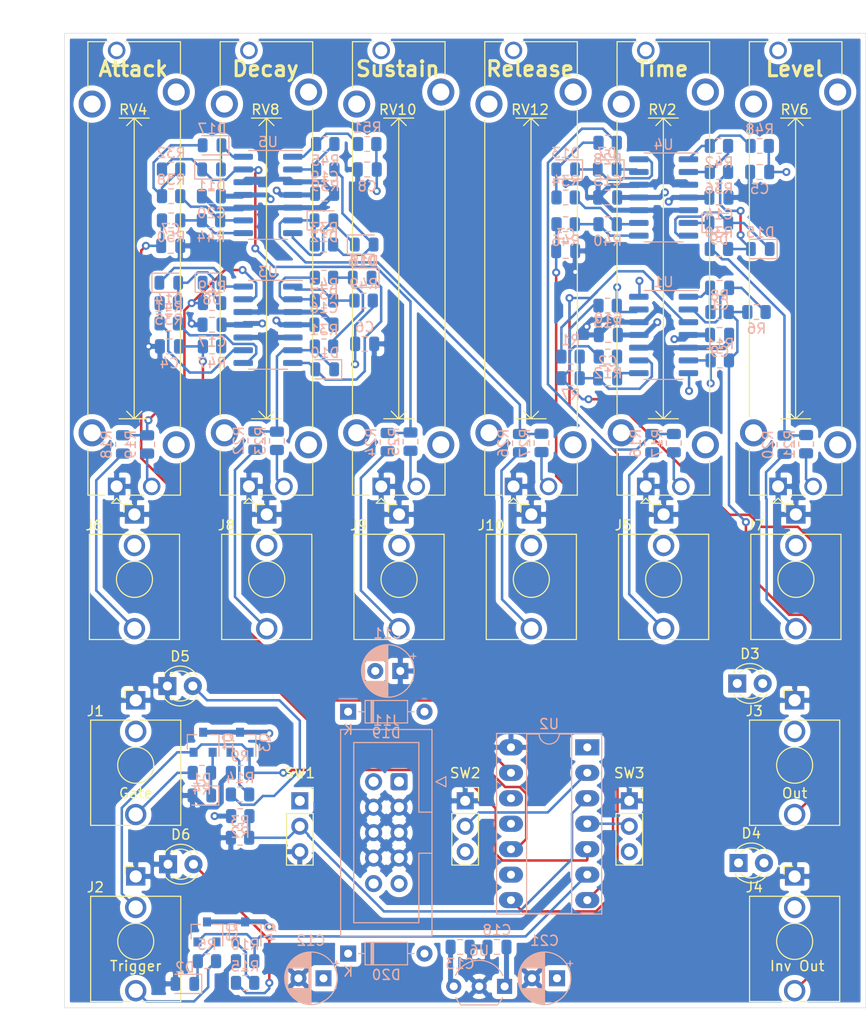
<source format=kicad_pcb>
(kicad_pcb (version 20171130) (host pcbnew "(5.1.9-0-10_14)")
  (layers (0 F.Cu signal) (1 In1.Cu power) (2 In2.Cu power) (31 B.Cu signal) (34 B.Paste user) (35 F.Paste user) (36 B.SilkS user) (37 F.SilkS user) (38 B.Mask user) (39 F.Mask user) (44 Edge.Cuts user))
  (net 0 "")
  (net 1 Earth)
  (net 2 "Net-(D1-Pad1)")
  (net 3 "Net-(D2-Pad1)")
  (net 4 "Net-(D13-Pad1)")
  (net 5 "Net-(D14-Pad1)")
  (net 6 "Net-(D15-Pad1)")
  (net 7 "Net-(D10-Pad2)")
  (net 8 "Net-(D11-Pad2)")
  (net 9 "Net-(D12-Pad2)")
  (net 10 "Net-(D13-Pad2)")
  (net 11 "Net-(D14-Pad2)")
  (net 12 "Net-(D15-Pad2)")
  (net 13 "Net-(D16-Pad2)")
  (net 14 "Net-(D17-Pad2)")
  (net 15 "Net-(D18-Pad2)")
  (net 16 +5V)
  (net 17 GATE)
  (net 18 TRIGGER)
  (net 19 "Net-(D5-Pad2)")
  (net 20 "Net-(D6-Pad2)")
  (net 21 "Net-(J5-PadT)")
  (net 22 "Net-(R17-Pad2)")
  (net 23 "Net-(J6-PadT)")
  (net 24 "Net-(R19-Pad2)")
  (net 25 "Net-(J7-PadT)")
  (net 26 "Net-(R21-Pad2)")
  (net 27 "Net-(J8-PadT)")
  (net 28 "Net-(R23-Pad2)")
  (net 29 "Net-(J9-PadT)")
  (net 30 "Net-(R25-Pad2)")
  (net 31 "Net-(J10-PadT)")
  (net 32 "Net-(R27-Pad2)")
  (net 33 +12V)
  (net 34 "Net-(D3-Pad2)")
  (net 35 "Net-(D3-Pad1)")
  (net 36 "Net-(D4-Pad2)")
  (net 37 "Net-(D4-Pad1)")
  (net 38 "Net-(J1-PadT)")
  (net 39 "Net-(J2-PadT)")
  (net 40 "Net-(J3-PadT)")
  (net 41 "Net-(J4-PadT)")
  (net 42 "Net-(C1-Pad2)")
  (net 43 "Net-(C1-Pad1)")
  (net 44 "Net-(C2-Pad2)")
  (net 45 "Net-(C2-Pad1)")
  (net 46 /TIME)
  (net 47 /ATTACK)
  (net 48 /LEVEL)
  (net 49 /DECAY)
  (net 50 /SUSTAIN)
  (net 51 /RELEASE)
  (net 52 -12V)
  (net 53 ENV_OUT)
  (net 54 MODE_CV)
  (net 55 "Net-(R34-Pad1)")
  (net 56 "Net-(R35-Pad1)")
  (net 57 "Net-(R36-Pad1)")
  (net 58 "Net-(R37-Pad1)")
  (net 59 "Net-(R38-Pad1)")
  (net 60 "Net-(R39-Pad1)")
  (net 61 "Net-(R40-Pad1)")
  (net 62 "Net-(R41-Pad1)")
  (net 63 "Net-(R42-Pad1)")
  (net 64 "Net-(R43-Pad1)")
  (net 65 "Net-(R44-Pad1)")
  (net 66 "Net-(R45-Pad1)")
  (net 67 PUNCH)
  (net 68 LINEAR)
  (net 69 "Net-(D19-Pad1)")
  (net 70 "Net-(D20-Pad2)")
  (net 71 _TIME)
  (net 72 _ATTACK)
  (net 73 _LEVEL)
  (net 74 _DECAY)
  (net 75 _SUSTAIN)
  (net 76 _RELEASE)
  (net 77 "Net-(Q3-Pad2)")
  (net 78 "Net-(Q4-Pad2)")
  (module Diode_SMD:D_0805_2012Metric (layer B.Cu) (at 218.7217 -211.582 180)
    (fp_text reference D2 (at 0 1.65) (layer B.SilkS) (effects (justify mirror)))
    (fp_text value 1N4148)
    (pad 2 smd roundrect (at 0.9375 0 180) (size 0.975 1.4) (layers B.Cu B.Paste B.Mask) (net 1 Earth))
    (pad 1 smd roundrect (at -0.9375 0 180) (size 0.975 1.4) (layers B.Cu B.Paste B.Mask) (net 3 "Net-(D2-Pad1)"))
  )
  (module Diode_SMD:D_0805_2012Metric (layer B.Cu) (at 220.4212 -230.378 180)
    (fp_text reference D1 (at 0 1.65) (layer B.SilkS) (effects (justify mirror)))
    (fp_text value 1N4148)
    (pad 2 smd roundrect (at 0.9375 0 180) (size 0.975 1.4) (layers B.Cu B.Paste B.Mask) (net 1 Earth))
    (pad 1 smd roundrect (at -0.9375 0 180) (size 0.975 1.4) (layers B.Cu B.Paste B.Mask) (net 2 "Net-(D1-Pad1)"))
  )
  (module Package_TO_SOT_SMD:SOT-23 (layer B.Cu) (at 224.7392 -216.7636 90)
    (fp_text reference Q4 (at 0 2.5 270) (layer B.SilkS) (effects (justify mirror)))
    (fp_text value MMBT3904)
    (pad 3 smd rect (at 1 0 90) (size 0.9 0.8) (layers B.Cu B.Paste B.Mask) (net 16 +5V))
    (pad 2 smd rect (at -1 -0.95 90) (size 0.9 0.8) (layers B.Cu B.Paste B.Mask) (net 78 "Net-(Q4-Pad2)"))
    (pad 1 smd rect (at -1 0.95 90) (size 0.9 0.8) (layers B.Cu B.Paste B.Mask) (net 18 TRIGGER))
  )
  (module Package_TO_SOT_SMD:SOT-23 (layer B.Cu) (at 224.2312 -235.6866 90)
    (fp_text reference Q3 (at 0 2.5 270) (layer B.SilkS) (effects (justify mirror)))
    (fp_text value MMBT3904)
    (pad 3 smd rect (at 1 0 90) (size 0.9 0.8) (layers B.Cu B.Paste B.Mask) (net 16 +5V))
    (pad 2 smd rect (at -1 -0.95 90) (size 0.9 0.8) (layers B.Cu B.Paste B.Mask) (net 77 "Net-(Q3-Pad2)"))
    (pad 1 smd rect (at -1 0.95 90) (size 0.9 0.8) (layers B.Cu B.Paste B.Mask) (net 17 GATE))
  )
  (module Package_TO_SOT_SMD:SOT-23 (layer B.Cu) (at 220.9292 -216.7636 90)
    (fp_text reference Q2 (at 0 2.5 270) (layer B.SilkS) (effects (justify mirror)))
    (fp_text value MMBT3904)
    (pad 3 smd rect (at 1 0 90) (size 0.9 0.8) (layers B.Cu B.Paste B.Mask) (net 16 +5V))
    (pad 2 smd rect (at -1 -0.95 90) (size 0.9 0.8) (layers B.Cu B.Paste B.Mask) (net 18 TRIGGER))
    (pad 1 smd rect (at -1 0.95 90) (size 0.9 0.8) (layers B.Cu B.Paste B.Mask) (net 3 "Net-(D2-Pad1)"))
  )
  (module Package_TO_SOT_SMD:SOT-23 (layer B.Cu) (at 220.5482 -235.6866 90)
    (fp_text reference Q1 (at 0 2.5 270) (layer B.SilkS) (effects (justify mirror)))
    (fp_text value MMBT3904)
    (pad 3 smd rect (at 1 0 90) (size 0.9 0.8) (layers B.Cu B.Paste B.Mask) (net 16 +5V))
    (pad 2 smd rect (at -1 -0.95 90) (size 0.9 0.8) (layers B.Cu B.Paste B.Mask) (net 17 GATE))
    (pad 1 smd rect (at -1 0.95 90) (size 0.9 0.8) (layers B.Cu B.Paste B.Mask) (net 2 "Net-(D1-Pad1)"))
  )
  (module Resistor_SMD:R_0805_2012Metric (layer B.Cu) (at 254.3302 -265.5551 270)
    (fp_text reference R27 (at 0 1.65 90) (layer B.SilkS) (effects (justify mirror)))
    (fp_text value 100k)
    (pad 2 smd roundrect (at 0.9125 0 270) (size 1.025 1.4) (layers B.Cu B.Paste B.Mask) (roundrect_rratio 0.243902) (net 32 "Net-(R27-Pad2)"))
    (pad 1 smd roundrect (at -0.9125 0 270) (size 1.025 1.4) (layers B.Cu B.Paste B.Mask) (roundrect_rratio 0.243902) (net 76 _RELEASE))
  )
  (module Resistor_SMD:R_0805_2012Metric (layer B.Cu) (at 252.1712 -265.5316 270)
    (fp_text reference R26 (at 0 1.65 90) (layer B.SilkS) (effects (justify mirror)))
    (fp_text value 200k)
    (pad 2 smd roundrect (at 0.9125 0 270) (size 1.025 1.4) (layers B.Cu B.Paste B.Mask) (roundrect_rratio 0.243902) (net 31 "Net-(J10-PadT)"))
    (pad 1 smd roundrect (at -0.9125 0 270) (size 1.025 1.4) (layers B.Cu B.Paste B.Mask) (roundrect_rratio 0.243902) (net 76 _RELEASE))
  )
  (module Resistor_SMD:R_0805_2012Metric (layer B.Cu) (at 241.2492 -265.6821 270)
    (fp_text reference R25 (at 0 1.65 90) (layer B.SilkS) (effects (justify mirror)))
    (fp_text value 100k)
    (pad 2 smd roundrect (at 0.9125 0 270) (size 1.025 1.4) (layers B.Cu B.Paste B.Mask) (roundrect_rratio 0.243902) (net 30 "Net-(R25-Pad2)"))
    (pad 1 smd roundrect (at -0.9125 0 270) (size 1.025 1.4) (layers B.Cu B.Paste B.Mask) (roundrect_rratio 0.243902) (net 75 _SUSTAIN))
  )
  (module Resistor_SMD:R_0805_2012Metric (layer B.Cu) (at 238.9632 -265.6351 270)
    (fp_text reference R24 (at 0 1.65 90) (layer B.SilkS) (effects (justify mirror)))
    (fp_text value 200k)
    (pad 2 smd roundrect (at 0.9125 0 270) (size 1.025 1.4) (layers B.Cu B.Paste B.Mask) (roundrect_rratio 0.243902) (net 29 "Net-(J9-PadT)"))
    (pad 1 smd roundrect (at -0.9125 0 270) (size 1.025 1.4) (layers B.Cu B.Paste B.Mask) (roundrect_rratio 0.243902) (net 75 _SUSTAIN))
  )
  (module Resistor_SMD:R_0805_2012Metric (layer B.Cu) (at 227.9142 -265.7621 270)
    (fp_text reference R23 (at 0 1.65 90) (layer B.SilkS) (effects (justify mirror)))
    (fp_text value 100k)
    (pad 2 smd roundrect (at 0.9125 0 270) (size 1.025 1.4) (layers B.Cu B.Paste B.Mask) (roundrect_rratio 0.243902) (net 28 "Net-(R23-Pad2)"))
    (pad 1 smd roundrect (at -0.9125 0 270) (size 1.025 1.4) (layers B.Cu B.Paste B.Mask) (roundrect_rratio 0.243902) (net 74 _DECAY))
  )
  (module Resistor_SMD:R_0805_2012Metric (layer B.Cu) (at 225.7552 -265.7856 270)
    (fp_text reference R22 (at 0 1.65 90) (layer B.SilkS) (effects (justify mirror)))
    (fp_text value 200k)
    (pad 2 smd roundrect (at 0.9125 0 270) (size 1.025 1.4) (layers B.Cu B.Paste B.Mask) (roundrect_rratio 0.243902) (net 27 "Net-(J8-PadT)"))
    (pad 1 smd roundrect (at -0.9125 0 270) (size 1.025 1.4) (layers B.Cu B.Paste B.Mask) (roundrect_rratio 0.243902) (net 74 _DECAY))
  )
  (module Resistor_SMD:R_0805_2012Metric (layer B.Cu) (at 280.7462 -265.4281 270)
    (fp_text reference R21 (at 0 1.65 90) (layer B.SilkS) (effects (justify mirror)))
    (fp_text value 100k)
    (pad 2 smd roundrect (at 0.9125 0 270) (size 1.025 1.4) (layers B.Cu B.Paste B.Mask) (roundrect_rratio 0.243902) (net 26 "Net-(R21-Pad2)"))
    (pad 1 smd roundrect (at -0.9125 0 270) (size 1.025 1.4) (layers B.Cu B.Paste B.Mask) (roundrect_rratio 0.243902) (net 73 _LEVEL))
  )
  (module Resistor_SMD:R_0805_2012Metric (layer B.Cu) (at 278.5872 -265.3811 270)
    (fp_text reference R20 (at 0 1.65 90) (layer B.SilkS) (effects (justify mirror)))
    (fp_text value 200k)
    (pad 2 smd roundrect (at 0.9125 0 270) (size 1.025 1.4) (layers B.Cu B.Paste B.Mask) (roundrect_rratio 0.243902) (net 25 "Net-(J7-PadT)"))
    (pad 1 smd roundrect (at -0.9125 0 270) (size 1.025 1.4) (layers B.Cu B.Paste B.Mask) (roundrect_rratio 0.243902) (net 73 _LEVEL))
  )
  (module Resistor_SMD:R_0805_2012Metric (layer B.Cu) (at 214.9602 -265.4046 270)
    (fp_text reference R19 (at 0 1.65 90) (layer B.SilkS) (effects (justify mirror)))
    (fp_text value 100k)
    (pad 2 smd roundrect (at 0.9125 0 270) (size 1.025 1.4) (layers B.Cu B.Paste B.Mask) (roundrect_rratio 0.243902) (net 24 "Net-(R19-Pad2)"))
    (pad 1 smd roundrect (at -0.9125 0 270) (size 1.025 1.4) (layers B.Cu B.Paste B.Mask) (roundrect_rratio 0.243902) (net 72 _ATTACK))
  )
  (module Resistor_SMD:R_0805_2012Metric (layer B.Cu) (at 212.5472 -265.4046 270)
    (fp_text reference R18 (at 0 1.65 90) (layer B.SilkS) (effects (justify mirror)))
    (fp_text value 200k)
    (pad 2 smd roundrect (at 0.9125 0 270) (size 1.025 1.4) (layers B.Cu B.Paste B.Mask) (roundrect_rratio 0.243902) (net 23 "Net-(J6-PadT)"))
    (pad 1 smd roundrect (at -0.9125 0 270) (size 1.025 1.4) (layers B.Cu B.Paste B.Mask) (roundrect_rratio 0.243902) (net 72 _ATTACK))
  )
  (module Resistor_SMD:R_0805_2012Metric (layer B.Cu) (at 267.5382 -265.5316 270)
    (fp_text reference R17 (at 0 1.65 90) (layer B.SilkS) (effects (justify mirror)))
    (fp_text value 100k)
    (pad 2 smd roundrect (at 0.9125 0 270) (size 1.025 1.4) (layers B.Cu B.Paste B.Mask) (roundrect_rratio 0.243902) (net 22 "Net-(R17-Pad2)"))
    (pad 1 smd roundrect (at -0.9125 0 270) (size 1.025 1.4) (layers B.Cu B.Paste B.Mask) (roundrect_rratio 0.243902) (net 71 _TIME))
  )
  (module Resistor_SMD:R_0805_2012Metric (layer B.Cu) (at 265.3792 -265.5316 270)
    (fp_text reference R16 (at 0 1.65 90) (layer B.SilkS) (effects (justify mirror)))
    (fp_text value 200k)
    (pad 2 smd roundrect (at 0.9125 0 270) (size 1.025 1.4) (layers B.Cu B.Paste B.Mask) (roundrect_rratio 0.243902) (net 21 "Net-(J5-PadT)"))
    (pad 1 smd roundrect (at -0.9125 0 270) (size 1.025 1.4) (layers B.Cu B.Paste B.Mask) (roundrect_rratio 0.243902) (net 71 _TIME))
  )
  (module Resistor_SMD:R_0805_2012Metric (layer B.Cu) (at 224.7392 -211.6836 180)
    (fp_text reference R15 (at 0 1.65) (layer B.SilkS) (effects (justify mirror)))
    (fp_text value 4.7k)
    (pad 2 smd roundrect (at 0.9125 0 180) (size 1.025 1.4) (layers B.Cu B.Paste B.Mask) (roundrect_rratio 0.243902) (net 20 "Net-(D6-Pad2)"))
    (pad 1 smd roundrect (at -0.9125 0 180) (size 1.025 1.4) (layers B.Cu B.Paste B.Mask) (roundrect_rratio 0.243902) (net 78 "Net-(Q4-Pad2)"))
  )
  (module Resistor_SMD:R_0805_2012Metric (layer B.Cu) (at 224.2312 -230.4796 180)
    (fp_text reference R14 (at 0 1.65) (layer B.SilkS) (effects (justify mirror)))
    (fp_text value 4.7k)
    (pad 2 smd roundrect (at 0.9125 0 180) (size 1.025 1.4) (layers B.Cu B.Paste B.Mask) (roundrect_rratio 0.243902) (net 19 "Net-(D5-Pad2)"))
    (pad 1 smd roundrect (at -0.9125 0 180) (size 1.025 1.4) (layers B.Cu B.Paste B.Mask) (roundrect_rratio 0.243902) (net 77 "Net-(Q3-Pad2)"))
  )
  (module Resistor_SMD:R_0805_2012Metric (layer B.Cu) (at 224.7392 -213.8426 180)
    (fp_text reference R10 (at 0 1.65) (layer B.SilkS) (effects (justify mirror)))
    (fp_text value 10k)
    (pad 2 smd roundrect (at 0.9125 0 180) (size 1.025 1.4) (layers B.Cu B.Paste B.Mask) (roundrect_rratio 0.243902) (net 1 Earth))
    (pad 1 smd roundrect (at -0.9125 0 180) (size 1.025 1.4) (layers B.Cu B.Paste B.Mask) (roundrect_rratio 0.243902) (net 18 TRIGGER))
  )
  (module Resistor_SMD:R_0805_2012Metric (layer B.Cu) (at 224.2312 -232.6386 180)
    (fp_text reference R9 (at 0 1.65) (layer B.SilkS) (effects (justify mirror)))
    (fp_text value 10k)
    (pad 2 smd roundrect (at 0.9125 0 180) (size 1.025 1.4) (layers B.Cu B.Paste B.Mask) (roundrect_rratio 0.243902) (net 1 Earth))
    (pad 1 smd roundrect (at -0.9125 0 180) (size 1.025 1.4) (layers B.Cu B.Paste B.Mask) (roundrect_rratio 0.243902) (net 17 GATE))
  )
  (module Resistor_SMD:R_0805_2012Metric (layer B.Cu) (at 220.9292 -213.8426 180)
    (fp_text reference R5 (at 0 1.65) (layer B.SilkS) (effects (justify mirror)))
    (fp_text value 10k)
    (pad 2 smd roundrect (at 0.9125 0 180) (size 1.025 1.4) (layers B.Cu B.Paste B.Mask) (roundrect_rratio 0.243902) (net 3 "Net-(D2-Pad1)"))
    (pad 1 smd roundrect (at -0.9125 0 180) (size 1.025 1.4) (layers B.Cu B.Paste B.Mask) (roundrect_rratio 0.243902) (net 39 "Net-(J2-PadT)"))
  )
  (module Resistor_SMD:R_0805_2012Metric (layer B.Cu) (at 220.4212 -232.6386)
    (fp_text reference R4 (at 0 1.65) (layer B.SilkS) (effects (justify mirror)))
    (fp_text value 10k)
    (pad 2 smd roundrect (at 0.9125 0) (size 1.025 1.4) (layers B.Cu B.Paste B.Mask) (roundrect_rratio 0.243902) (net 2 "Net-(D1-Pad1)"))
    (pad 1 smd roundrect (at -0.9125 0) (size 1.025 1.4) (layers B.Cu B.Paste B.Mask) (roundrect_rratio 0.243902) (net 38 "Net-(J1-PadT)"))
  )
  (module Resistor_SMD:R_0805_2012Metric (layer B.Cu) (at 224.2312 -226.1616 180)
    (fp_text reference R3 (at 0 1.65) (layer B.SilkS) (effects (justify mirror)))
    (fp_text value 10k)
    (pad 2 smd roundrect (at 0.9125 0 180) (size 1.025 1.4) (layers B.Cu B.Paste B.Mask) (roundrect_rratio 0.243902) (net 1 Earth))
    (pad 1 smd roundrect (at -0.9125 0 180) (size 1.025 1.4) (layers B.Cu B.Paste B.Mask) (roundrect_rratio 0.243902) (net 54 MODE_CV))
  )
  (module Resistor_SMD:R_0805_2012Metric (layer B.Cu) (at 224.2547 -228.3206)
    (fp_text reference R2 (at 0 1.65) (layer B.SilkS) (effects (justify mirror)))
    (fp_text value 10k)
    (pad 2 smd roundrect (at 0.9125 0) (size 1.025 1.4) (layers B.Cu B.Paste B.Mask) (roundrect_rratio 0.243902) (net 54 MODE_CV))
    (pad 1 smd roundrect (at -0.9125 0) (size 1.025 1.4) (layers B.Cu B.Paste B.Mask) (roundrect_rratio 0.243902) (net 16 +5V))
  )
  (module Package_SO:SOIC-14_3.9x8.7mm_P1.27mm (layer B.Cu) (at 227.0252 -290.2966 180)
    (fp_text reference U5 (at 0 5.28) (layer B.SilkS) (effects (justify mirror)))
    (fp_text value TL074)
    (pad 14 smd roundrect (at 2.475 3.81 180) (size 1.95 0.6) (layers B.Cu B.Paste B.Mask) (net 8 "Net-(D11-Pad2)"))
    (pad 13 smd roundrect (at 2.475 2.54 180) (size 1.95 0.6) (layers B.Cu B.Paste B.Mask) (net 75 _SUSTAIN))
    (pad 12 smd roundrect (at 2.475 1.27 180) (size 1.95 0.6) (layers B.Cu B.Paste B.Mask) (net 1 Earth))
    (pad 11 smd roundrect (at 2.475 0 180) (size 1.95 0.6) (layers B.Cu B.Paste B.Mask) (net 52 -12V))
    (pad 10 smd roundrect (at 2.475 -1.27 180) (size 1.95 0.6) (layers B.Cu B.Paste B.Mask) (net 1 Earth))
    (pad 9 smd roundrect (at 2.475 -2.54 180) (size 1.95 0.6) (layers B.Cu B.Paste B.Mask) (net 59 "Net-(R38-Pad1)"))
    (pad 8 smd roundrect (at 2.475 -3.81 180) (size 1.95 0.6) (layers B.Cu B.Paste B.Mask) (net 65 "Net-(R44-Pad1)"))
    (pad 7 smd roundrect (at -2.475 -3.81 180) (size 1.95 0.6) (layers B.Cu B.Paste B.Mask) (net 9 "Net-(D12-Pad2)"))
    (pad 6 smd roundrect (at -2.475 -2.54 180) (size 1.95 0.6) (layers B.Cu B.Paste B.Mask) (net 76 _RELEASE))
    (pad 5 smd roundrect (at -2.475 -1.27 180) (size 1.95 0.6) (layers B.Cu B.Paste B.Mask) (net 1 Earth))
    (pad 4 smd roundrect (at -2.475 0 180) (size 1.95 0.6) (layers B.Cu B.Paste B.Mask) (net 33 +12V))
    (pad 3 smd roundrect (at -2.475 1.27 180) (size 1.95 0.6) (layers B.Cu B.Paste B.Mask) (net 1 Earth))
    (pad 2 smd roundrect (at -2.475 2.54 180) (size 1.95 0.6) (layers B.Cu B.Paste B.Mask) (net 60 "Net-(R39-Pad1)"))
    (pad 1 smd roundrect (at -2.475 3.81 180) (size 1.95 0.6) (layers B.Cu B.Paste B.Mask) (net 66 "Net-(R45-Pad1)"))
  )
  (module Package_SO:SOIC-14_3.9x8.7mm_P1.27mm (layer B.Cu) (at 266.5222 -290.0426 180)
    (fp_text reference U4 (at 0 5.28) (layer B.SilkS) (effects (justify mirror)))
    (fp_text value TL074)
    (pad 14 smd roundrect (at 2.475 3.81 180) (size 1.95 0.6) (layers B.Cu B.Paste B.Mask) (net 4 "Net-(D13-Pad1)"))
    (pad 13 smd roundrect (at 2.475 2.54 180) (size 1.95 0.6) (layers B.Cu B.Paste B.Mask) (net 71 _TIME))
    (pad 12 smd roundrect (at 2.475 1.27 180) (size 1.95 0.6) (layers B.Cu B.Paste B.Mask) (net 1 Earth))
    (pad 11 smd roundrect (at 2.475 0 180) (size 1.95 0.6) (layers B.Cu B.Paste B.Mask) (net 52 -12V))
    (pad 10 smd roundrect (at 2.475 -1.27 180) (size 1.95 0.6) (layers B.Cu B.Paste B.Mask) (net 1 Earth))
    (pad 9 smd roundrect (at 2.475 -2.54 180) (size 1.95 0.6) (layers B.Cu B.Paste B.Mask) (net 55 "Net-(R34-Pad1)"))
    (pad 8 smd roundrect (at 2.475 -3.81 180) (size 1.95 0.6) (layers B.Cu B.Paste B.Mask) (net 61 "Net-(R40-Pad1)"))
    (pad 7 smd roundrect (at -2.475 -3.81 180) (size 1.95 0.6) (layers B.Cu B.Paste B.Mask) (net 6 "Net-(D15-Pad1)"))
    (pad 6 smd roundrect (at -2.475 -2.54 180) (size 1.95 0.6) (layers B.Cu B.Paste B.Mask) (net 73 _LEVEL))
    (pad 5 smd roundrect (at -2.475 -1.27 180) (size 1.95 0.6) (layers B.Cu B.Paste B.Mask) (net 1 Earth))
    (pad 4 smd roundrect (at -2.475 0 180) (size 1.95 0.6) (layers B.Cu B.Paste B.Mask) (net 33 +12V))
    (pad 3 smd roundrect (at -2.475 1.27 180) (size 1.95 0.6) (layers B.Cu B.Paste B.Mask) (net 1 Earth))
    (pad 2 smd roundrect (at -2.475 2.54 180) (size 1.95 0.6) (layers B.Cu B.Paste B.Mask) (net 57 "Net-(R36-Pad1)"))
    (pad 1 smd roundrect (at -2.475 3.81 180) (size 1.95 0.6) (layers B.Cu B.Paste B.Mask) (net 63 "Net-(R42-Pad1)"))
  )
  (module Package_SO:SOIC-14_3.9x8.7mm_P1.27mm (layer B.Cu) (at 227.0252 -277.3426 180)
    (fp_text reference U3 (at 0 5.28) (layer B.SilkS) (effects (justify mirror)))
    (fp_text value TL074)
    (pad 14 smd roundrect (at 2.475 3.81 180) (size 1.95 0.6) (layers B.Cu B.Paste B.Mask) (net 5 "Net-(D14-Pad1)"))
    (pad 13 smd roundrect (at 2.475 2.54 180) (size 1.95 0.6) (layers B.Cu B.Paste B.Mask) (net 72 _ATTACK))
    (pad 12 smd roundrect (at 2.475 1.27 180) (size 1.95 0.6) (layers B.Cu B.Paste B.Mask) (net 1 Earth))
    (pad 11 smd roundrect (at 2.475 0 180) (size 1.95 0.6) (layers B.Cu B.Paste B.Mask) (net 52 -12V))
    (pad 10 smd roundrect (at 2.475 -1.27 180) (size 1.95 0.6) (layers B.Cu B.Paste B.Mask) (net 1 Earth))
    (pad 9 smd roundrect (at 2.475 -2.54 180) (size 1.95 0.6) (layers B.Cu B.Paste B.Mask) (net 56 "Net-(R35-Pad1)"))
    (pad 8 smd roundrect (at 2.475 -3.81 180) (size 1.95 0.6) (layers B.Cu B.Paste B.Mask) (net 62 "Net-(R41-Pad1)"))
    (pad 7 smd roundrect (at -2.475 -3.81 180) (size 1.95 0.6) (layers B.Cu B.Paste B.Mask) (net 7 "Net-(D10-Pad2)"))
    (pad 6 smd roundrect (at -2.475 -2.54 180) (size 1.95 0.6) (layers B.Cu B.Paste B.Mask) (net 74 _DECAY))
    (pad 5 smd roundrect (at -2.475 -1.27 180) (size 1.95 0.6) (layers B.Cu B.Paste B.Mask) (net 1 Earth))
    (pad 4 smd roundrect (at -2.475 0 180) (size 1.95 0.6) (layers B.Cu B.Paste B.Mask) (net 33 +12V))
    (pad 3 smd roundrect (at -2.475 1.27 180) (size 1.95 0.6) (layers B.Cu B.Paste B.Mask) (net 1 Earth))
    (pad 2 smd roundrect (at -2.475 2.54 180) (size 1.95 0.6) (layers B.Cu B.Paste B.Mask) (net 58 "Net-(R37-Pad1)"))
    (pad 1 smd roundrect (at -2.475 3.81 180) (size 1.95 0.6) (layers B.Cu B.Paste B.Mask) (net 64 "Net-(R43-Pad1)"))
  )
  (module Package_SO:SOIC-14_3.9x8.7mm_P1.27mm (layer B.Cu) (at 266.5222 -276.3266 180)
    (fp_text reference U1 (at 0 5.28) (layer B.SilkS) (effects (justify mirror)))
    (fp_text value TL074)
    (pad 14 smd roundrect (at 2.475 3.81 180) (size 1.95 0.6) (layers B.Cu B.Paste B.Mask) (net 36 "Net-(D4-Pad2)"))
    (pad 13 smd roundrect (at 2.475 2.54 180) (size 1.95 0.6) (layers B.Cu B.Paste B.Mask) (net 37 "Net-(D4-Pad1)"))
    (pad 12 smd roundrect (at 2.475 1.27 180) (size 1.95 0.6) (layers B.Cu B.Paste B.Mask) (net 1 Earth))
    (pad 11 smd roundrect (at 2.475 0 180) (size 1.95 0.6) (layers B.Cu B.Paste B.Mask) (net 52 -12V))
    (pad 10 smd roundrect (at 2.475 -1.27 180) (size 1.95 0.6) (layers B.Cu B.Paste B.Mask) (net 1 Earth))
    (pad 9 smd roundrect (at 2.475 -2.54 180) (size 1.95 0.6) (layers B.Cu B.Paste B.Mask) (net 44 "Net-(C2-Pad2)"))
    (pad 8 smd roundrect (at 2.475 -3.81 180) (size 1.95 0.6) (layers B.Cu B.Paste B.Mask) (net 45 "Net-(C2-Pad1)"))
    (pad 7 smd roundrect (at -2.475 -3.81 180) (size 1.95 0.6) (layers B.Cu B.Paste B.Mask) (net 35 "Net-(D3-Pad1)"))
    (pad 6 smd roundrect (at -2.475 -2.54 180) (size 1.95 0.6) (layers B.Cu B.Paste B.Mask) (net 34 "Net-(D3-Pad2)"))
    (pad 5 smd roundrect (at -2.475 -1.27 180) (size 1.95 0.6) (layers B.Cu B.Paste B.Mask) (net 1 Earth))
    (pad 4 smd roundrect (at -2.475 0 180) (size 1.95 0.6) (layers B.Cu B.Paste B.Mask) (net 33 +12V))
    (pad 3 smd roundrect (at -2.475 1.27 180) (size 1.95 0.6) (layers B.Cu B.Paste B.Mask) (net 53 ENV_OUT))
    (pad 2 smd roundrect (at -2.475 2.54 180) (size 1.95 0.6) (layers B.Cu B.Paste B.Mask) (net 42 "Net-(C1-Pad2)"))
    (pad 1 smd roundrect (at -2.475 3.81 180) (size 1.95 0.6) (layers B.Cu B.Paste B.Mask) (net 43 "Net-(C1-Pad1)"))
  )
  (module Resistor_SMD:R_0805_2012Metric (layer B.Cu) (at 236.9312 -295.3766 180)
    (fp_text reference R51 (at 0 1.65) (layer B.SilkS) (effects (justify mirror)))
    (fp_text value 4k7)
    (pad 2 smd roundrect (at 0.9125 0 180) (size 1.025 1.4) (layers B.Cu B.Paste B.Mask) (roundrect_rratio 0.243902) (net 66 "Net-(R45-Pad1)"))
    (pad 1 smd roundrect (at -0.9125 0 180) (size 1.025 1.4) (layers B.Cu B.Paste B.Mask) (roundrect_rratio 0.243902) (net 51 /RELEASE))
  )
  (module Resistor_SMD:R_0805_2012Metric (layer B.Cu) (at 217.3497 -287.7566)
    (fp_text reference R50 (at 0 1.65) (layer B.SilkS) (effects (justify mirror)))
    (fp_text value 4k7)
    (pad 2 smd roundrect (at 0.9125 0) (size 1.025 1.4) (layers B.Cu B.Paste B.Mask) (roundrect_rratio 0.243902) (net 65 "Net-(R44-Pad1)"))
    (pad 1 smd roundrect (at -0.9125 0) (size 1.025 1.4) (layers B.Cu B.Paste B.Mask) (roundrect_rratio 0.243902) (net 50 /SUSTAIN))
  )
  (module Resistor_SMD:R_0805_2012Metric (layer B.Cu) (at 236.5737 -279.7556 180)
    (fp_text reference R49 (at 0 1.65) (layer B.SilkS) (effects (justify mirror)))
    (fp_text value 4k7)
    (pad 2 smd roundrect (at 0.9125 0 180) (size 1.025 1.4) (layers B.Cu B.Paste B.Mask) (roundrect_rratio 0.243902) (net 64 "Net-(R43-Pad1)"))
    (pad 1 smd roundrect (at -0.9125 0 180) (size 1.025 1.4) (layers B.Cu B.Paste B.Mask) (roundrect_rratio 0.243902) (net 49 /DECAY))
  )
  (module Resistor_SMD:R_0805_2012Metric (layer B.Cu) (at 276.1107 -295.1861 180)
    (fp_text reference R48 (at 0 1.65) (layer B.SilkS) (effects (justify mirror)))
    (fp_text value 4k7)
    (pad 2 smd roundrect (at 0.9125 0 180) (size 1.025 1.4) (layers B.Cu B.Paste B.Mask) (roundrect_rratio 0.243902) (net 63 "Net-(R42-Pad1)"))
    (pad 1 smd roundrect (at -0.9125 0 180) (size 1.025 1.4) (layers B.Cu B.Paste B.Mask) (roundrect_rratio 0.243902) (net 48 /LEVEL))
  )
  (module Resistor_SMD:R_0805_2012Metric (layer B.Cu) (at 221.4372 -275.1836)
    (fp_text reference R47 (at 0 1.65) (layer B.SilkS) (effects (justify mirror)))
    (fp_text value 4k7)
    (pad 2 smd roundrect (at 0.9125 0) (size 1.025 1.4) (layers B.Cu B.Paste B.Mask) (roundrect_rratio 0.243902) (net 62 "Net-(R41-Pad1)"))
    (pad 1 smd roundrect (at -0.9125 0) (size 1.025 1.4) (layers B.Cu B.Paste B.Mask) (roundrect_rratio 0.243902) (net 47 /ATTACK))
  )
  (module Resistor_SMD:R_0805_2012Metric (layer B.Cu) (at 256.7432 -287.3756)
    (fp_text reference R46 (at 0 1.65) (layer B.SilkS) (effects (justify mirror)))
    (fp_text value 4k7)
    (pad 2 smd roundrect (at 0.9125 0) (size 1.025 1.4) (layers B.Cu B.Paste B.Mask) (roundrect_rratio 0.243902) (net 61 "Net-(R40-Pad1)"))
    (pad 1 smd roundrect (at -0.9125 0) (size 1.025 1.4) (layers B.Cu B.Paste B.Mask) (roundrect_rratio 0.243902) (net 46 /TIME))
  )
  (module Resistor_SMD:R_0805_2012Metric (layer B.Cu) (at 232.7402 -295.3766)
    (fp_text reference R45 (at 0 1.65) (layer B.SilkS) (effects (justify mirror)))
    (fp_text value 100k)
    (pad 2 smd roundrect (at 0.9125 0) (size 1.025 1.4) (layers B.Cu B.Paste B.Mask) (roundrect_rratio 0.243902) (net 60 "Net-(R39-Pad1)"))
    (pad 1 smd roundrect (at -0.9125 0) (size 1.025 1.4) (layers B.Cu B.Paste B.Mask) (roundrect_rratio 0.243902) (net 66 "Net-(R45-Pad1)"))
  )
  (module Resistor_SMD:R_0805_2012Metric (layer B.Cu) (at 221.3337 -287.7566)
    (fp_text reference R44 (at 0 1.65) (layer B.SilkS) (effects (justify mirror)))
    (fp_text value 100k)
    (pad 2 smd roundrect (at 0.9125 0) (size 1.025 1.4) (layers B.Cu B.Paste B.Mask) (roundrect_rratio 0.243902) (net 59 "Net-(R38-Pad1)"))
    (pad 1 smd roundrect (at -0.9125 0) (size 1.025 1.4) (layers B.Cu B.Paste B.Mask) (roundrect_rratio 0.243902) (net 65 "Net-(R44-Pad1)"))
  )
  (module Resistor_SMD:R_0805_2012Metric (layer B.Cu) (at 232.6132 -279.7556 180)
    (fp_text reference R43 (at 0 1.65) (layer B.SilkS) (effects (justify mirror)))
    (fp_text value 100k)
    (pad 2 smd roundrect (at 0.9125 0 180) (size 1.025 1.4) (layers B.Cu B.Paste B.Mask) (roundrect_rratio 0.243902) (net 58 "Net-(R37-Pad1)"))
    (pad 1 smd roundrect (at -0.9125 0 180) (size 1.025 1.4) (layers B.Cu B.Paste B.Mask) (roundrect_rratio 0.243902) (net 64 "Net-(R43-Pad1)"))
  )
  (module Resistor_SMD:R_0805_2012Metric (layer B.Cu) (at 272.0467 -295.1861)
    (fp_text reference R42 (at 0 1.65) (layer B.SilkS) (effects (justify mirror)))
    (fp_text value 100k)
    (pad 2 smd roundrect (at 0.9125 0) (size 1.025 1.4) (layers B.Cu B.Paste B.Mask) (roundrect_rratio 0.243902) (net 57 "Net-(R36-Pad1)"))
    (pad 1 smd roundrect (at -0.9125 0) (size 1.025 1.4) (layers B.Cu B.Paste B.Mask) (roundrect_rratio 0.243902) (net 63 "Net-(R42-Pad1)"))
  )
  (module Resistor_SMD:R_0805_2012Metric (layer B.Cu) (at 217.1192 -277.4696 180)
    (fp_text reference R41 (at 0 1.65) (layer B.SilkS) (effects (justify mirror)))
    (fp_text value 100k)
    (pad 2 smd roundrect (at 0.9125 0 180) (size 1.025 1.4) (layers B.Cu B.Paste B.Mask) (roundrect_rratio 0.243902) (net 56 "Net-(R35-Pad1)"))
    (pad 1 smd roundrect (at -0.9125 0 180) (size 1.025 1.4) (layers B.Cu B.Paste B.Mask) (roundrect_rratio 0.243902) (net 62 "Net-(R41-Pad1)"))
  )
  (module Resistor_SMD:R_0805_2012Metric (layer B.Cu) (at 260.9342 -287.3756)
    (fp_text reference R40 (at 0 1.65) (layer B.SilkS) (effects (justify mirror)))
    (fp_text value 100k)
    (pad 2 smd roundrect (at 0.9125 0) (size 1.025 1.4) (layers B.Cu B.Paste B.Mask) (roundrect_rratio 0.243902) (net 55 "Net-(R34-Pad1)"))
    (pad 1 smd roundrect (at -0.9125 0) (size 1.025 1.4) (layers B.Cu B.Paste B.Mask) (roundrect_rratio 0.243902) (net 61 "Net-(R40-Pad1)"))
  )
  (module Resistor_SMD:R_0805_2012Metric (layer B.Cu) (at 232.7402 -292.8366)
    (fp_text reference R39 (at 0 1.65) (layer B.SilkS) (effects (justify mirror)))
    (fp_text value 100k)
    (pad 2 smd roundrect (at 0.9125 0) (size 1.025 1.4) (layers B.Cu B.Paste B.Mask) (roundrect_rratio 0.243902) (net 15 "Net-(D18-Pad2)"))
    (pad 1 smd roundrect (at -0.9125 0) (size 1.025 1.4) (layers B.Cu B.Paste B.Mask) (roundrect_rratio 0.243902) (net 60 "Net-(R39-Pad1)"))
  )
  (module Resistor_SMD:R_0805_2012Metric (layer B.Cu) (at 217.3497 -290.1696 180)
    (fp_text reference R38 (at 0 1.65) (layer B.SilkS) (effects (justify mirror)))
    (fp_text value 100k)
    (pad 2 smd roundrect (at 0.9125 0 180) (size 1.025 1.4) (layers B.Cu B.Paste B.Mask) (roundrect_rratio 0.243902) (net 14 "Net-(D17-Pad2)"))
    (pad 1 smd roundrect (at -0.9125 0 180) (size 1.025 1.4) (layers B.Cu B.Paste B.Mask) (roundrect_rratio 0.243902) (net 59 "Net-(R38-Pad1)"))
  )
  (module Resistor_SMD:R_0805_2012Metric (layer B.Cu) (at 232.6132 -282.0416)
    (fp_text reference R37 (at 0 1.65) (layer B.SilkS) (effects (justify mirror)))
    (fp_text value 100k)
    (pad 2 smd roundrect (at 0.9125 0) (size 1.025 1.4) (layers B.Cu B.Paste B.Mask) (roundrect_rratio 0.243902) (net 13 "Net-(D16-Pad2)"))
    (pad 1 smd roundrect (at -0.9125 0) (size 1.025 1.4) (layers B.Cu B.Paste B.Mask) (roundrect_rratio 0.243902) (net 58 "Net-(R37-Pad1)"))
  )
  (module Resistor_SMD:R_0805_2012Metric (layer B.Cu) (at 272.0467 -292.5826)
    (fp_text reference R36 (at 0 1.65) (layer B.SilkS) (effects (justify mirror)))
    (fp_text value 100k)
    (pad 2 smd roundrect (at 0.9125 0) (size 1.025 1.4) (layers B.Cu B.Paste B.Mask) (roundrect_rratio 0.243902) (net 12 "Net-(D15-Pad2)"))
    (pad 1 smd roundrect (at -0.9125 0) (size 1.025 1.4) (layers B.Cu B.Paste B.Mask) (roundrect_rratio 0.243902) (net 57 "Net-(R36-Pad1)"))
  )
  (module Resistor_SMD:R_0805_2012Metric (layer B.Cu) (at 217.1192 -279.5016)
    (fp_text reference R35 (at 0 1.65) (layer B.SilkS) (effects (justify mirror)))
    (fp_text value 100k)
    (pad 2 smd roundrect (at 0.9125 0) (size 1.025 1.4) (layers B.Cu B.Paste B.Mask) (roundrect_rratio 0.243902) (net 11 "Net-(D14-Pad2)"))
    (pad 1 smd roundrect (at -0.9125 0) (size 1.025 1.4) (layers B.Cu B.Paste B.Mask) (roundrect_rratio 0.243902) (net 56 "Net-(R35-Pad1)"))
  )
  (module Resistor_SMD:R_0805_2012Metric (layer B.Cu) (at 256.7432 -290.0426 180)
    (fp_text reference R34 (at 0 1.65) (layer B.SilkS) (effects (justify mirror)))
    (fp_text value 100k)
    (pad 2 smd roundrect (at 0.9125 0 180) (size 1.025 1.4) (layers B.Cu B.Paste B.Mask) (roundrect_rratio 0.243902) (net 10 "Net-(D13-Pad2)"))
    (pad 1 smd roundrect (at -0.9125 0 180) (size 1.025 1.4) (layers B.Cu B.Paste B.Mask) (roundrect_rratio 0.243902) (net 55 "Net-(R34-Pad1)"))
  )
  (module Resistor_SMD:R_0805_2012Metric (layer B.Cu) (at 232.6132 -285.3436 180)
    (fp_text reference R33 (at 0 1.65) (layer B.SilkS) (effects (justify mirror)))
    (fp_text value 100k)
    (pad 2 smd roundrect (at 0.9125 0 180) (size 1.025 1.4) (layers B.Cu B.Paste B.Mask) (roundrect_rratio 0.243902) (net 76 _RELEASE))
    (pad 1 smd roundrect (at -0.9125 0 180) (size 1.025 1.4) (layers B.Cu B.Paste B.Mask) (roundrect_rratio 0.243902) (net 15 "Net-(D18-Pad2)"))
  )
  (module Resistor_SMD:R_0805_2012Metric (layer B.Cu) (at 217.3497 -292.8366 180)
    (fp_text reference R32 (at 0 1.65) (layer B.SilkS) (effects (justify mirror)))
    (fp_text value 100k)
    (pad 2 smd roundrect (at 0.9125 0 180) (size 1.025 1.4) (layers B.Cu B.Paste B.Mask) (roundrect_rratio 0.243902) (net 75 _SUSTAIN))
    (pad 1 smd roundrect (at -0.9125 0 180) (size 1.025 1.4) (layers B.Cu B.Paste B.Mask) (roundrect_rratio 0.243902) (net 14 "Net-(D17-Pad2)"))
  )
  (module Resistor_SMD:R_0805_2012Metric (layer B.Cu) (at 232.6132 -275.1836 180)
    (fp_text reference R31 (at 0 1.65) (layer B.SilkS) (effects (justify mirror)))
    (fp_text value 100k)
    (pad 2 smd roundrect (at 0.9125 0 180) (size 1.025 1.4) (layers B.Cu B.Paste B.Mask) (roundrect_rratio 0.243902) (net 74 _DECAY))
    (pad 1 smd roundrect (at -0.9125 0 180) (size 1.025 1.4) (layers B.Cu B.Paste B.Mask) (roundrect_rratio 0.243902) (net 13 "Net-(D16-Pad2)"))
  )
  (module Resistor_SMD:R_0805_2012Metric (layer B.Cu) (at 272.0467 -284.8991 180)
    (fp_text reference R30 (at 0 1.65) (layer B.SilkS) (effects (justify mirror)))
    (fp_text value 100k)
    (pad 2 smd roundrect (at 0.9125 0 180) (size 1.025 1.4) (layers B.Cu B.Paste B.Mask) (roundrect_rratio 0.243902) (net 73 _LEVEL))
    (pad 1 smd roundrect (at -0.9125 0 180) (size 1.025 1.4) (layers B.Cu B.Paste B.Mask) (roundrect_rratio 0.243902) (net 12 "Net-(D15-Pad2)"))
  )
  (module Resistor_SMD:R_0805_2012Metric (layer B.Cu) (at 221.4372 -279.5016 180)
    (fp_text reference R29 (at 0 1.65) (layer B.SilkS) (effects (justify mirror)))
    (fp_text value 100k)
    (pad 2 smd roundrect (at 0.9125 0 180) (size 1.025 1.4) (layers B.Cu B.Paste B.Mask) (roundrect_rratio 0.243902) (net 72 _ATTACK))
    (pad 1 smd roundrect (at -0.9125 0 180) (size 1.025 1.4) (layers B.Cu B.Paste B.Mask) (roundrect_rratio 0.243902) (net 11 "Net-(D14-Pad2)"))
  )
  (module Resistor_SMD:R_0805_2012Metric (layer B.Cu) (at 260.9342 -295.5036)
    (fp_text reference R28 (at 0 1.65) (layer B.SilkS) (effects (justify mirror)))
    (fp_text value 100k)
    (pad 2 smd roundrect (at 0.9125 0) (size 1.025 1.4) (layers B.Cu B.Paste B.Mask) (roundrect_rratio 0.243902) (net 71 _TIME))
    (pad 1 smd roundrect (at -0.9125 0) (size 1.025 1.4) (layers B.Cu B.Paste B.Mask) (roundrect_rratio 0.243902) (net 10 "Net-(D13-Pad2)"))
  )
  (module Resistor_SMD:R_0805_2012Metric (layer B.Cu) (at 260.9342 -279.2476)
    (fp_text reference R13 (at 0 1.65) (layer B.SilkS) (effects (justify mirror)))
    (fp_text value 4.7k)
    (pad 2 smd roundrect (at 0.9125 0) (size 1.025 1.4) (layers B.Cu B.Paste B.Mask) (roundrect_rratio 0.243902) (net 37 "Net-(D4-Pad1)"))
    (pad 1 smd roundrect (at -0.9125 0) (size 1.025 1.4) (layers B.Cu B.Paste B.Mask) (roundrect_rratio 0.243902) (net 41 "Net-(J4-PadT)"))
  )
  (module Resistor_SMD:R_0805_2012Metric (layer B.Cu) (at 260.9577 -274.1676)
    (fp_text reference R12 (at 0 1.65) (layer B.SilkS) (effects (justify mirror)))
    (fp_text value 330)
    (pad 2 smd roundrect (at 0.9125 0) (size 1.025 1.4) (layers B.Cu B.Paste B.Mask) (roundrect_rratio 0.243902) (net 45 "Net-(C2-Pad1)"))
    (pad 1 smd roundrect (at -0.9125 0) (size 1.025 1.4) (layers B.Cu B.Paste B.Mask) (roundrect_rratio 0.243902) (net 41 "Net-(J4-PadT)"))
  )
  (module Resistor_SMD:R_0805_2012Metric (layer B.Cu) (at 272.1337 -273.7866 180)
    (fp_text reference R11 (at 0 1.65) (layer B.SilkS) (effects (justify mirror)))
    (fp_text value 4.7k)
    (pad 2 smd roundrect (at 0.9125 0 180) (size 1.025 1.4) (layers B.Cu B.Paste B.Mask) (roundrect_rratio 0.243902) (net 34 "Net-(D3-Pad2)"))
    (pad 1 smd roundrect (at -0.9125 0 180) (size 1.025 1.4) (layers B.Cu B.Paste B.Mask) (roundrect_rratio 0.243902) (net 40 "Net-(J3-PadT)"))
  )
  (module Resistor_SMD:R_0805_2012Metric (layer B.Cu) (at 272.1102 -278.6126 180)
    (fp_text reference R8 (at 0 1.65) (layer B.SilkS) (effects (justify mirror)))
    (fp_text value 330)
    (pad 2 smd roundrect (at 0.9125 0 180) (size 1.025 1.4) (layers B.Cu B.Paste B.Mask) (roundrect_rratio 0.243902) (net 43 "Net-(C1-Pad1)"))
    (pad 1 smd roundrect (at -0.9125 0 180) (size 1.025 1.4) (layers B.Cu B.Paste B.Mask) (roundrect_rratio 0.243902) (net 40 "Net-(J3-PadT)"))
  )
  (module Resistor_SMD:R_0805_2012Metric (layer B.Cu) (at 257.2277 -272.0086)
    (fp_text reference R7 (at 0 1.65) (layer B.SilkS) (effects (justify mirror)))
    (fp_text value 100k)
    (pad 2 smd roundrect (at 0.9125 0) (size 1.025 1.4) (layers B.Cu B.Paste B.Mask) (roundrect_rratio 0.243902) (net 44 "Net-(C2-Pad2)"))
    (pad 1 smd roundrect (at -0.9125 0) (size 1.025 1.4) (layers B.Cu B.Paste B.Mask) (roundrect_rratio 0.243902) (net 41 "Net-(J4-PadT)"))
  )
  (module Resistor_SMD:R_0805_2012Metric (layer B.Cu) (at 275.7932 -278.6126)
    (fp_text reference R6 (at 0 1.65) (layer B.SilkS) (effects (justify mirror)))
    (fp_text value 100k)
    (pad 2 smd roundrect (at 0.9125 0) (size 1.025 1.4) (layers B.Cu B.Paste B.Mask) (roundrect_rratio 0.243902) (net 42 "Net-(C1-Pad2)"))
    (pad 1 smd roundrect (at -0.9125 0) (size 1.025 1.4) (layers B.Cu B.Paste B.Mask) (roundrect_rratio 0.243902) (net 40 "Net-(J3-PadT)"))
  )
  (module Resistor_SMD:R_0805_2012Metric (layer B.Cu) (at 257.2277 -274.1676 180)
    (fp_text reference R1 (at 0 1.65) (layer B.SilkS) (effects (justify mirror)))
    (fp_text value 100k)
    (pad 2 smd roundrect (at 0.9125 0 180) (size 1.025 1.4) (layers B.Cu B.Paste B.Mask) (roundrect_rratio 0.243902) (net 53 ENV_OUT))
    (pad 1 smd roundrect (at -0.9125 0 180) (size 1.025 1.4) (layers B.Cu B.Paste B.Mask) (roundrect_rratio 0.243902) (net 44 "Net-(C2-Pad2)"))
  )
  (module Diode_SMD:D_0805_2012Metric (layer B.Cu) (at 236.6287 -285.3436)
    (fp_text reference D18 (at 0 1.65) (layer B.SilkS) (effects (justify mirror)))
    (fp_text value 1N4148)
    (pad 2 smd roundrect (at 0.9375 0) (size 0.975 1.4) (layers B.Cu B.Paste B.Mask) (net 15 "Net-(D18-Pad2)"))
    (pad 1 smd roundrect (at -0.9375 0) (size 0.975 1.4) (layers B.Cu B.Paste B.Mask) (net 9 "Net-(D12-Pad2)"))
  )
  (module Diode_SMD:D_0805_2012Metric (layer B.Cu) (at 221.4372 -295.2496 180)
    (fp_text reference D17 (at 0 1.65) (layer B.SilkS) (effects (justify mirror)))
    (fp_text value 1N4148)
    (pad 2 smd roundrect (at 0.9375 0 180) (size 0.975 1.4) (layers B.Cu B.Paste B.Mask) (net 14 "Net-(D17-Pad2)"))
    (pad 1 smd roundrect (at -0.9375 0 180) (size 0.975 1.4) (layers B.Cu B.Paste B.Mask) (net 8 "Net-(D11-Pad2)"))
  )
  (module Diode_SMD:D_0805_2012Metric (layer B.Cu) (at 236.4232 -282.0416 180)
    (fp_text reference D16 (at 0 1.65) (layer B.SilkS) (effects (justify mirror)))
    (fp_text value 1N4148)
    (pad 2 smd roundrect (at 0.9375 0 180) (size 0.975 1.4) (layers B.Cu B.Paste B.Mask) (net 13 "Net-(D16-Pad2)"))
    (pad 1 smd roundrect (at -0.9375 0 180) (size 0.975 1.4) (layers B.Cu B.Paste B.Mask) (net 7 "Net-(D10-Pad2)"))
  )
  (module Diode_SMD:D_0805_2012Metric (layer B.Cu) (at 276.1742 -284.8991 180)
    (fp_text reference D15 (at 0 1.65) (layer B.SilkS) (effects (justify mirror)))
    (fp_text value 1N4148)
    (pad 2 smd roundrect (at 0.9375 0 180) (size 0.975 1.4) (layers B.Cu B.Paste B.Mask) (net 12 "Net-(D15-Pad2)"))
    (pad 1 smd roundrect (at -0.9375 0 180) (size 0.975 1.4) (layers B.Cu B.Paste B.Mask) (net 6 "Net-(D15-Pad1)"))
  )
  (module Diode_SMD:D_0805_2012Metric (layer B.Cu) (at 217.1192 -281.5336)
    (fp_text reference D14 (at 0 1.65) (layer B.SilkS) (effects (justify mirror)))
    (fp_text value 1N4148)
    (pad 2 smd roundrect (at 0.9375 0) (size 0.975 1.4) (layers B.Cu B.Paste B.Mask) (net 11 "Net-(D14-Pad2)"))
    (pad 1 smd roundrect (at -0.9375 0) (size 0.975 1.4) (layers B.Cu B.Paste B.Mask) (net 5 "Net-(D14-Pad1)"))
  )
  (module Diode_SMD:D_0805_2012Metric (layer B.Cu) (at 256.7432 -292.8366 180)
    (fp_text reference D13 (at 0 1.65) (layer B.SilkS) (effects (justify mirror)))
    (fp_text value 1N4148)
    (pad 2 smd roundrect (at 0.9375 0 180) (size 0.975 1.4) (layers B.Cu B.Paste B.Mask) (net 10 "Net-(D13-Pad2)"))
    (pad 1 smd roundrect (at -0.9375 0 180) (size 0.975 1.4) (layers B.Cu B.Paste B.Mask) (net 4 "Net-(D13-Pad1)"))
  )
  (module Diode_SMD:D_0805_2012Metric (layer B.Cu) (at 232.6132 -287.7566)
    (fp_text reference D12 (at 0 1.65) (layer B.SilkS) (effects (justify mirror)))
    (fp_text value 1N4148)
    (pad 2 smd roundrect (at 0.9375 0) (size 0.975 1.4) (layers B.Cu B.Paste B.Mask) (net 9 "Net-(D12-Pad2)"))
    (pad 1 smd roundrect (at -0.9375 0) (size 0.975 1.4) (layers B.Cu B.Paste B.Mask) (net 76 _RELEASE))
  )
  (module Diode_SMD:D_0805_2012Metric (layer B.Cu) (at 221.3887 -292.8366)
    (fp_text reference D11 (at 0 1.65) (layer B.SilkS) (effects (justify mirror)))
    (fp_text value 1N4148)
    (pad 2 smd roundrect (at 0.9375 0) (size 0.975 1.4) (layers B.Cu B.Paste B.Mask) (net 8 "Net-(D11-Pad2)"))
    (pad 1 smd roundrect (at -0.9375 0) (size 0.975 1.4) (layers B.Cu B.Paste B.Mask) (net 75 _SUSTAIN))
  )
  (module Diode_SMD:D_0805_2012Metric (layer B.Cu) (at 232.6917 -272.8976 180)
    (fp_text reference D10 (at 0 1.65) (layer B.SilkS) (effects (justify mirror)))
    (fp_text value 1N4148)
    (pad 2 smd roundrect (at 0.9375 0 180) (size 0.975 1.4) (layers B.Cu B.Paste B.Mask) (net 7 "Net-(D10-Pad2)"))
    (pad 1 smd roundrect (at -0.9375 0 180) (size 0.975 1.4) (layers B.Cu B.Paste B.Mask) (net 74 _DECAY))
  )
  (module Diode_SMD:D_0805_2012Metric (layer B.Cu) (at 272.0467 -287.5026)
    (fp_text reference D9 (at 0 1.65) (layer B.SilkS) (effects (justify mirror)))
    (fp_text value 1N4148)
    (pad 2 smd roundrect (at 0.9375 0) (size 0.975 1.4) (layers B.Cu B.Paste B.Mask) (net 6 "Net-(D15-Pad1)"))
    (pad 1 smd roundrect (at -0.9375 0) (size 0.975 1.4) (layers B.Cu B.Paste B.Mask) (net 73 _LEVEL))
  )
  (module Diode_SMD:D_0805_2012Metric (layer B.Cu) (at 221.4372 -281.5336)
    (fp_text reference D8 (at 0 1.65) (layer B.SilkS) (effects (justify mirror)))
    (fp_text value 1N4148)
    (pad 2 smd roundrect (at 0.9375 0) (size 0.975 1.4) (layers B.Cu B.Paste B.Mask) (net 5 "Net-(D14-Pad1)"))
    (pad 1 smd roundrect (at -0.9375 0) (size 0.975 1.4) (layers B.Cu B.Paste B.Mask) (net 72 _ATTACK))
  )
  (module Diode_SMD:D_0805_2012Metric (layer B.Cu) (at 260.8857 -292.8366 180)
    (fp_text reference D7 (at 0 1.65) (layer B.SilkS) (effects (justify mirror)))
    (fp_text value 1N4148)
    (pad 2 smd roundrect (at 0.9375 0 180) (size 0.975 1.4) (layers B.Cu B.Paste B.Mask) (net 4 "Net-(D13-Pad1)"))
    (pad 1 smd roundrect (at -0.9375 0 180) (size 0.975 1.4) (layers B.Cu B.Paste B.Mask) (net 71 _TIME))
  )
  (module Capacitor_SMD:C_0805_2012Metric (layer B.Cu) (at 221.3712 -290.1696)
    (fp_text reference C20 (at 0 1.68) (layer B.SilkS) (effects (justify mirror)))
    (fp_text value 100n)
    (pad 2 smd roundrect (at 0.95 0) (size 1 1.45) (layers B.Cu B.Paste B.Mask) (net 52 -12V))
    (pad 1 smd roundrect (at -0.95 0) (size 1 1.45) (layers B.Cu B.Paste B.Mask) (net 1 Earth))
  )
  (module Capacitor_SMD:C_0805_2012Metric (layer B.Cu) (at 232.6792 -290.4236 180)
    (fp_text reference C19 (at 0 1.68) (layer B.SilkS) (effects (justify mirror)))
    (fp_text value 100n)
    (pad 2 smd roundrect (at 0.95 0 180) (size 1 1.45) (layers B.Cu B.Paste B.Mask) (net 33 +12V))
    (pad 1 smd roundrect (at -0.95 0 180) (size 1 1.45) (layers B.Cu B.Paste B.Mask) (net 1 Earth))
  )
  (module Capacitor_SMD:C_0805_2012Metric (layer B.Cu) (at 249.8852 -215.265 180)
    (fp_text reference C18 (at 0 1.68) (layer B.SilkS) (effects (justify mirror)))
    (fp_text value 100n)
    (pad 2 smd roundrect (at 0.95 0 180) (size 1 1.45) (layers B.Cu B.Paste B.Mask) (net 1 Earth))
    (pad 1 smd roundrect (at -0.95 0 180) (size 1 1.45) (layers B.Cu B.Paste B.Mask) (net 16 +5V))
  )
  (module Capacitor_SMD:C_0805_2012Metric (layer B.Cu) (at 221.4372 -277.3426)
    (fp_text reference C17 (at 0 1.68) (layer B.SilkS) (effects (justify mirror)))
    (fp_text value 100n)
    (pad 2 smd roundrect (at 0.95 0) (size 1 1.45) (layers B.Cu B.Paste B.Mask) (net 52 -12V))
    (pad 1 smd roundrect (at -0.95 0) (size 1 1.45) (layers B.Cu B.Paste B.Mask) (net 1 Earth))
  )
  (module Capacitor_SMD:C_0805_2012Metric (layer B.Cu) (at 232.6132 -277.3426 180)
    (fp_text reference C16 (at 0 1.68) (layer B.SilkS) (effects (justify mirror)))
    (fp_text value 100n)
    (pad 2 smd roundrect (at 0.95 0 180) (size 1 1.45) (layers B.Cu B.Paste B.Mask) (net 33 +12V))
    (pad 1 smd roundrect (at -0.95 0 180) (size 1 1.45) (layers B.Cu B.Paste B.Mask) (net 1 Earth))
  )
  (module Capacitor_SMD:C_0805_2012Metric (layer B.Cu) (at 260.9342 -290.0426 180)
    (fp_text reference C15 (at 0 1.68) (layer B.SilkS) (effects (justify mirror)))
    (fp_text value 100n)
    (pad 2 smd roundrect (at 0.95 0 180) (size 1 1.45) (layers B.Cu B.Paste B.Mask) (net 1 Earth))
    (pad 1 smd roundrect (at -0.95 0 180) (size 1 1.45) (layers B.Cu B.Paste B.Mask) (net 52 -12V))
  )
  (module Capacitor_SMD:C_0805_2012Metric (layer B.Cu) (at 272.0442 -290.0426)
    (fp_text reference C14 (at 0 1.68) (layer B.SilkS) (effects (justify mirror)))
    (fp_text value 100n)
    (pad 2 smd roundrect (at 0.95 0) (size 1 1.45) (layers B.Cu B.Paste B.Mask) (net 1 Earth))
    (pad 1 smd roundrect (at -0.95 0) (size 1 1.45) (layers B.Cu B.Paste B.Mask) (net 33 +12V))
  )
  (module Capacitor_SMD:C_0805_2012Metric (layer B.Cu) (at 246.2022 -215.265)
    (fp_text reference C13 (at 0 1.68) (layer B.SilkS) (effects (justify mirror)))
    (fp_text value 100n)
    (pad 2 smd roundrect (at 0.95 0) (size 1 1.45) (layers B.Cu B.Paste B.Mask) (net 1 Earth))
    (pad 1 smd roundrect (at -0.95 0) (size 1 1.45) (layers B.Cu B.Paste B.Mask) (net 33 +12V))
  )
  (module Capacitor_SMD:C_0805_2012Metric (layer B.Cu) (at 261.0002 -276.3266 180)
    (fp_text reference C10 (at 0 1.68) (layer B.SilkS) (effects (justify mirror)))
    (fp_text value 100n)
    (pad 2 smd roundrect (at 0.95 0 180) (size 1 1.45) (layers B.Cu B.Paste B.Mask) (net 1 Earth))
    (pad 1 smd roundrect (at -0.95 0 180) (size 1 1.45) (layers B.Cu B.Paste B.Mask) (net 52 -12V))
  )
  (module Capacitor_SMD:C_0805_2012Metric (layer B.Cu) (at 272.1102 -276.3266)
    (fp_text reference C9 (at 0 1.68) (layer B.SilkS) (effects (justify mirror)))
    (fp_text value 100n)
    (pad 2 smd roundrect (at 0.95 0) (size 1 1.45) (layers B.Cu B.Paste B.Mask) (net 1 Earth))
    (pad 1 smd roundrect (at -0.95 0) (size 1 1.45) (layers B.Cu B.Paste B.Mask) (net 33 +12V))
  )
  (module Capacitor_SMD:C_0805_2012Metric (layer B.Cu) (at 236.9312 -292.8366)
    (fp_text reference C8 (at 0 1.68) (layer B.SilkS) (effects (justify mirror)))
    (fp_text value 100n)
    (pad 2 smd roundrect (at 0.95 0) (size 1 1.45) (layers B.Cu B.Paste B.Mask) (net 51 /RELEASE))
    (pad 1 smd roundrect (at -0.95 0) (size 1 1.45) (layers B.Cu B.Paste B.Mask) (net 1 Earth))
  )
  (module Capacitor_SMD:C_0805_2012Metric (layer B.Cu) (at 217.3122 -285.2166 180)
    (fp_text reference C7 (at 0 1.68) (layer B.SilkS) (effects (justify mirror)))
    (fp_text value 100n)
    (pad 2 smd roundrect (at 0.95 0 180) (size 1 1.45) (layers B.Cu B.Paste B.Mask) (net 50 /SUSTAIN))
    (pad 1 smd roundrect (at -0.95 0 180) (size 1 1.45) (layers B.Cu B.Paste B.Mask) (net 1 Earth))
  )
  (module Capacitor_SMD:C_0805_2012Metric (layer B.Cu) (at 236.6772 -275.4376 180)
    (fp_text reference C6 (at 0 1.68) (layer B.SilkS) (effects (justify mirror)))
    (fp_text value 100n)
    (pad 2 smd roundrect (at 0.95 0 180) (size 1 1.45) (layers B.Cu B.Paste B.Mask) (net 49 /DECAY))
    (pad 1 smd roundrect (at -0.95 0 180) (size 1 1.45) (layers B.Cu B.Paste B.Mask) (net 1 Earth))
  )
  (module Capacitor_SMD:C_0805_2012Metric (layer B.Cu) (at 276.1107 -292.5826)
    (fp_text reference C5 (at 0 1.68) (layer B.SilkS) (effects (justify mirror)))
    (fp_text value 100n)
    (pad 2 smd roundrect (at 0.95 0) (size 1 1.45) (layers B.Cu B.Paste B.Mask) (net 48 /LEVEL))
    (pad 1 smd roundrect (at -0.95 0) (size 1 1.45) (layers B.Cu B.Paste B.Mask) (net 1 Earth))
  )
  (module Capacitor_SMD:C_0805_2012Metric (layer B.Cu) (at 217.1852 -275.1836)
    (fp_text reference C4 (at 0 1.68) (layer B.SilkS) (effects (justify mirror)))
    (fp_text value 100n)
    (pad 2 smd roundrect (at 0.95 0) (size 1 1.45) (layers B.Cu B.Paste B.Mask) (net 47 /ATTACK))
    (pad 1 smd roundrect (at -0.95 0) (size 1 1.45) (layers B.Cu B.Paste B.Mask) (net 1 Earth))
  )
  (module Capacitor_SMD:C_0805_2012Metric (layer B.Cu) (at 256.7457 -284.7086 180)
    (fp_text reference C3 (at 0 1.68) (layer B.SilkS) (effects (justify mirror)))
    (fp_text value 100n)
    (pad 2 smd roundrect (at 0.95 0 180) (size 1 1.45) (layers B.Cu B.Paste B.Mask) (net 46 /TIME))
    (pad 1 smd roundrect (at -0.95 0 180) (size 1 1.45) (layers B.Cu B.Paste B.Mask) (net 1 Earth))
  )
  (module Capacitor_SMD:C_0805_2012Metric (layer B.Cu) (at 260.9342 -272.0086 180)
    (fp_text reference C2 (at 0 1.68) (layer B.SilkS) (effects (justify mirror)))
    (fp_text value 1n)
    (pad 2 smd roundrect (at 0.95 0 180) (size 1 1.45) (layers B.Cu B.Paste B.Mask) (net 44 "Net-(C2-Pad2)"))
    (pad 1 smd roundrect (at -0.95 0 180) (size 1 1.45) (layers B.Cu B.Paste B.Mask) (net 45 "Net-(C2-Pad1)"))
  )
  (module Capacitor_SMD:C_0805_2012Metric (layer B.Cu) (at 272.1102 -281.0256)
    (fp_text reference C1 (at 0 1.68) (layer B.SilkS) (effects (justify mirror)))
    (fp_text value 1n)
    (pad 2 smd roundrect (at 0.95 0) (size 1 1.45) (layers B.Cu B.Paste B.Mask) (net 42 "Net-(C1-Pad2)"))
    (pad 1 smd roundrect (at -0.95 0) (size 1 1.45) (layers B.Cu B.Paste B.Mask) (net 43 "Net-(C1-Pad1)"))
  )
  (module Package_TO_SOT_THT:TO-92_Inline_Wide (layer B.Cu) (at 250.6472 -211.328 180)
    (fp_text reference U6 (at 2.54 3.56) (layer B.SilkS) (effects (justify mirror)))
    (fp_text value L78L05_TO92)
    (pad 1 thru_hole rect (at 0 0 180) (size 1.5 1.5) (drill 0.8) (layers *.Cu *.Mask) (net 16 +5V))
    (pad 3 thru_hole circle (at 5.08 0 180) (size 1.5 1.5) (drill 0.8) (layers *.Cu *.Mask) (net 33 +12V))
    (pad 2 thru_hole circle (at 2.54 0 180) (size 1.5 1.5) (drill 0.8) (layers *.Cu *.Mask) (net 1 Earth))
  )
  (module Diode_THT:D_DO-35_SOD27_P7.62mm_Horizontal (layer B.Cu) (at 235.0262 -214.6046)
    (fp_text reference D20 (at 3.81 2.12) (layer B.SilkS) (effects (justify mirror)))
    (fp_text value D_Schottky)
    (fp_text user K (at 0 1.8) (layer B.SilkS) (effects (justify mirror)))
    (pad 2 thru_hole oval (at 7.62 0) (size 1.6 1.6) (drill 0.8) (layers *.Cu *.Mask) (net 70 "Net-(D20-Pad2)"))
    (pad 1 thru_hole rect (at 0 0) (size 1.6 1.6) (drill 0.8) (layers *.Cu *.Mask) (net 33 +12V))
  )
  (module Diode_THT:D_DO-35_SOD27_P7.62mm_Horizontal (layer B.Cu) (at 235.0262 -238.7346)
    (fp_text reference D19 (at 3.81 2.12) (layer B.SilkS) (effects (justify mirror)))
    (fp_text value D_Schottky)
    (fp_text user K (at 0 1.8) (layer B.SilkS) (effects (justify mirror)))
    (pad 2 thru_hole oval (at 7.62 0) (size 1.6 1.6) (drill 0.8) (layers *.Cu *.Mask) (net 52 -12V))
    (pad 1 thru_hole rect (at 0 0) (size 1.6 1.6) (drill 0.8) (layers *.Cu *.Mask) (net 69 "Net-(D19-Pad1)"))
  )
  (module Package_DIP:DIP-14_W7.62mm_Socket_LongPads (layer B.Cu) (at 258.9022 -235.1786 180)
    (fp_text reference U2 (at 3.81 2.33) (layer B.SilkS) (effects (justify mirror)))
    (fp_text value ENVGEN8)
    (pad 14 thru_hole oval (at 7.62 0 180) (size 2.4 1.6) (drill 0.8) (layers *.Cu *.Mask) (net 1 Earth))
    (pad 7 thru_hole oval (at 0 -15.24 180) (size 2.4 1.6) (drill 0.8) (layers *.Cu *.Mask) (net 46 /TIME))
    (pad 13 thru_hole oval (at 7.62 -2.54 180) (size 2.4 1.6) (drill 0.8) (layers *.Cu *.Mask) (net 47 /ATTACK))
    (pad 6 thru_hole oval (at 0 -12.7 180) (size 2.4 1.6) (drill 0.8) (layers *.Cu *.Mask) (net 18 TRIGGER))
    (pad 12 thru_hole oval (at 7.62 -5.08 180) (size 2.4 1.6) (drill 0.8) (layers *.Cu *.Mask) (net 48 /LEVEL))
    (pad 5 thru_hole oval (at 0 -10.16 180) (size 2.4 1.6) (drill 0.8) (layers *.Cu *.Mask) (net 17 GATE))
    (pad 11 thru_hole oval (at 7.62 -7.62 180) (size 2.4 1.6) (drill 0.8) (layers *.Cu *.Mask) (net 49 /DECAY))
    (pad 4 thru_hole oval (at 0 -7.62 180) (size 2.4 1.6) (drill 0.8) (layers *.Cu *.Mask) (net 68 LINEAR))
    (pad 10 thru_hole oval (at 7.62 -10.16 180) (size 2.4 1.6) (drill 0.8) (layers *.Cu *.Mask) (net 50 /SUSTAIN))
    (pad 3 thru_hole oval (at 0 -5.08 180) (size 2.4 1.6) (drill 0.8) (layers *.Cu *.Mask) (net 54 MODE_CV))
    (pad 9 thru_hole oval (at 7.62 -12.7 180) (size 2.4 1.6) (drill 0.8) (layers *.Cu *.Mask) (net 51 /RELEASE))
    (pad 2 thru_hole oval (at 0 -2.54 180) (size 2.4 1.6) (drill 0.8) (layers *.Cu *.Mask) (net 67 PUNCH))
    (pad 8 thru_hole oval (at 7.62 -15.24 180) (size 2.4 1.6) (drill 0.8) (layers *.Cu *.Mask) (net 53 ENV_OUT))
    (pad 1 thru_hole rect (at 0 0 180) (size 2.4 1.6) (drill 0.8) (layers *.Cu *.Mask) (net 16 +5V))
  )
  (module Connector_PinSocket_2.54mm:PinSocket_1x03_P2.54mm_Vertical (layer F.Cu) (at 263.0932 -229.8446)
    (fp_text reference SW3 (at 0 -2.77) (layer F.SilkS))
    (fp_text value SW_SPST)
    (pad 3 thru_hole oval (at 0 5.08) (size 1.7 1.7) (drill 1) (layers *.Cu *.Mask))
    (pad 2 thru_hole oval (at 0 2.54) (size 1.7 1.7) (drill 1) (layers *.Cu *.Mask) (net 68 LINEAR))
    (pad 1 thru_hole rect (at 0 0) (size 1.7 1.7) (drill 1) (layers *.Cu *.Mask) (net 1 Earth))
  )
  (module Connector_PinSocket_2.54mm:PinSocket_1x03_P2.54mm_Vertical (layer F.Cu) (at 246.7102 -229.8446)
    (fp_text reference SW2 (at 0 -2.77) (layer F.SilkS))
    (fp_text value SW_SPST)
    (pad 3 thru_hole oval (at 0 5.08) (size 1.7 1.7) (drill 1) (layers *.Cu *.Mask))
    (pad 2 thru_hole oval (at 0 2.54) (size 1.7 1.7) (drill 1) (layers *.Cu *.Mask) (net 67 PUNCH))
    (pad 1 thru_hole rect (at 0 0) (size 1.7 1.7) (drill 1) (layers *.Cu *.Mask) (net 1 Earth))
  )
  (module Connector_PinSocket_2.54mm:PinSocket_1x03_P2.54mm_Vertical (layer F.Cu) (at 230.2002 -229.8446)
    (fp_text reference SW1 (at 0 -2.77) (layer F.SilkS))
    (fp_text value SW_SPDT_MSM)
    (pad 3 thru_hole oval (at 0 5.08) (size 1.7 1.7) (drill 1) (layers *.Cu *.Mask) (net 1 Earth))
    (pad 2 thru_hole oval (at 0 2.54) (size 1.7 1.7) (drill 1) (layers *.Cu *.Mask) (net 54 MODE_CV))
    (pad 1 thru_hole rect (at 0 0) (size 1.7 1.7) (drill 1) (layers *.Cu *.Mask) (net 16 +5V))
  )
  (module Connector_IDC:IDC-Header_2x05_P2.54mm_Vertical (layer B.Cu) (at 240.1062 -231.7496 180)
    (fp_text reference J11 (at 1.27 6.1 180) (layer B.SilkS) (effects (justify mirror)))
    (fp_text value Conn_02x05_Odd_Even)
    (pad 10 thru_hole circle (at 2.54 -10.16 180) (size 1.7 1.7) (drill 1) (layers *.Cu *.Mask) (net 70 "Net-(D20-Pad2)"))
    (pad 8 thru_hole circle (at 2.54 -7.62 180) (size 1.7 1.7) (drill 1) (layers *.Cu *.Mask) (net 1 Earth))
    (pad 6 thru_hole circle (at 2.54 -5.08 180) (size 1.7 1.7) (drill 1) (layers *.Cu *.Mask) (net 1 Earth))
    (pad 4 thru_hole circle (at 2.54 -2.54 180) (size 1.7 1.7) (drill 1) (layers *.Cu *.Mask) (net 1 Earth))
    (pad 2 thru_hole circle (at 2.54 0 180) (size 1.7 1.7) (drill 1) (layers *.Cu *.Mask) (net 69 "Net-(D19-Pad1)"))
    (pad 9 thru_hole circle (at 0 -10.16 180) (size 1.7 1.7) (drill 1) (layers *.Cu *.Mask) (net 70 "Net-(D20-Pad2)"))
    (pad 7 thru_hole circle (at 0 -7.62 180) (size 1.7 1.7) (drill 1) (layers *.Cu *.Mask) (net 1 Earth))
    (pad 5 thru_hole circle (at 0 -5.08 180) (size 1.7 1.7) (drill 1) (layers *.Cu *.Mask) (net 1 Earth))
    (pad 3 thru_hole circle (at 0 -2.54 180) (size 1.7 1.7) (drill 1) (layers *.Cu *.Mask) (net 1 Earth))
    (pad 1 thru_hole roundrect (at 0 0 180) (size 1.7 1.7) (drill 1) (layers *.Cu *.Mask) (roundrect_rratio 0.147059) (net 69 "Net-(D19-Pad1)"))
  )
  (module Capacitor_THT:CP_Radial_D5.0mm_P2.50mm (layer B.Cu) (at 255.8796 -212.1408 180)
    (fp_text reference C21 (at 1.25 3.75) (layer B.SilkS) (effects (justify mirror)))
    (fp_text value 10u)
    (pad 2 thru_hole circle (at 2.5 0 180) (size 1.6 1.6) (drill 0.8) (layers *.Cu *.Mask) (net 1 Earth))
    (pad 1 thru_hole rect (at 0 0 180) (size 1.6 1.6) (drill 0.8) (layers *.Cu *.Mask) (net 16 +5V))
  )
  (module Capacitor_THT:CP_Radial_D5.0mm_P2.50mm (layer B.Cu) (at 232.5624 -212.1408 180)
    (fp_text reference C12 (at 1.25 3.75) (layer B.SilkS) (effects (justify mirror)))
    (fp_text value 10u)
    (pad 2 thru_hole circle (at 2.5 0 180) (size 1.6 1.6) (drill 0.8) (layers *.Cu *.Mask) (net 1 Earth))
    (pad 1 thru_hole rect (at 0 0 180) (size 1.6 1.6) (drill 0.8) (layers *.Cu *.Mask) (net 33 +12V))
  )
  (module Capacitor_THT:CP_Radial_D5.0mm_P2.50mm (layer B.Cu) (at 240.2332 -242.7986 180)
    (fp_text reference C11 (at 1.25 3.75) (layer B.SilkS) (effects (justify mirror)))
    (fp_text value 10u)
    (pad 2 thru_hole circle (at 2.5 0 180) (size 1.6 1.6) (drill 0.8) (layers *.Cu *.Mask) (net 52 -12V))
    (pad 1 thru_hole rect (at 0 0 180) (size 1.6 1.6) (drill 0.8) (layers *.Cu *.Mask) (net 1 Earth))
  )
  (module Potentiometer_THT:Potentiometer_Bourns_PTA3043_Single_Slide (layer F.Cu) (at 251.5362 -261.2136 90)
    (fp_text reference RV12 (at 37.592 1.651 180) (layer F.SilkS))
    (fp_text value 10k)
    (pad MP thru_hole circle (at 39.35 5.95 90) (size 2.7 2.7) (drill 1.7) (layers *.Cu *.Mask))
    (pad MP thru_hole circle (at 4.15 5.95 90) (size 2.7 2.7) (drill 1.7) (layers *.Cu *.Mask))
    (pad MP thru_hole circle (at 38.15 -2.45 90) (size 2.7 2.7) (drill 1.7) (layers *.Cu *.Mask))
    (pad MP thru_hole circle (at 5.35 -2.45 90) (size 2.7 2.7) (drill 1.7) (layers *.Cu *.Mask))
    (pad 3 thru_hole circle (at 43.5 0 90) (size 1.75 1.75) (drill 1.2) (layers *.Cu *.Mask) (net 16 +5V))
    (pad 2 thru_hole circle (at 0 3.5 90) (size 1.75 1.75) (drill 1.2) (layers *.Cu *.Mask) (net 32 "Net-(R27-Pad2)"))
    (pad 1 thru_hole rect (at 0 0 90) (size 1.75 1.75) (drill 1.2) (layers *.Cu *.Mask) (net 1 Earth))
  )
  (module Potentiometer_THT:Potentiometer_Bourns_PTA3043_Single_Slide (layer F.Cu) (at 238.3282 -261.2136 90)
    (fp_text reference RV10 (at 37.592 1.651 180) (layer F.SilkS))
    (fp_text value 10k)
    (pad MP thru_hole circle (at 39.35 5.95 90) (size 2.7 2.7) (drill 1.7) (layers *.Cu *.Mask))
    (pad MP thru_hole circle (at 4.15 5.95 90) (size 2.7 2.7) (drill 1.7) (layers *.Cu *.Mask))
    (pad MP thru_hole circle (at 38.15 -2.45 90) (size 2.7 2.7) (drill 1.7) (layers *.Cu *.Mask))
    (pad MP thru_hole circle (at 5.35 -2.45 90) (size 2.7 2.7) (drill 1.7) (layers *.Cu *.Mask))
    (pad 3 thru_hole circle (at 43.5 0 90) (size 1.75 1.75) (drill 1.2) (layers *.Cu *.Mask) (net 16 +5V))
    (pad 2 thru_hole circle (at 0 3.5 90) (size 1.75 1.75) (drill 1.2) (layers *.Cu *.Mask) (net 30 "Net-(R25-Pad2)"))
    (pad 1 thru_hole rect (at 0 0 90) (size 1.75 1.75) (drill 1.2) (layers *.Cu *.Mask) (net 1 Earth))
  )
  (module Potentiometer_THT:Potentiometer_Bourns_PTA3043_Single_Slide (layer F.Cu) (at 225.1202 -261.2136 90)
    (fp_text reference RV8 (at 37.592 1.651 180) (layer F.SilkS))
    (fp_text value 10k)
    (pad MP thru_hole circle (at 39.35 5.95 90) (size 2.7 2.7) (drill 1.7) (layers *.Cu *.Mask))
    (pad MP thru_hole circle (at 4.15 5.95 90) (size 2.7 2.7) (drill 1.7) (layers *.Cu *.Mask))
    (pad MP thru_hole circle (at 38.15 -2.45 90) (size 2.7 2.7) (drill 1.7) (layers *.Cu *.Mask))
    (pad MP thru_hole circle (at 5.35 -2.45 90) (size 2.7 2.7) (drill 1.7) (layers *.Cu *.Mask))
    (pad 3 thru_hole circle (at 43.5 0 90) (size 1.75 1.75) (drill 1.2) (layers *.Cu *.Mask) (net 16 +5V))
    (pad 2 thru_hole circle (at 0 3.5 90) (size 1.75 1.75) (drill 1.2) (layers *.Cu *.Mask) (net 28 "Net-(R23-Pad2)"))
    (pad 1 thru_hole rect (at 0 0 90) (size 1.75 1.75) (drill 1.2) (layers *.Cu *.Mask) (net 1 Earth))
  )
  (module Potentiometer_THT:Potentiometer_Bourns_PTA3043_Single_Slide (layer F.Cu) (at 277.9522 -261.2136 90)
    (fp_text reference RV6 (at 37.592 1.651 180) (layer F.SilkS))
    (fp_text value 10k)
    (pad MP thru_hole circle (at 39.35 5.95 90) (size 2.7 2.7) (drill 1.7) (layers *.Cu *.Mask))
    (pad MP thru_hole circle (at 4.15 5.95 90) (size 2.7 2.7) (drill 1.7) (layers *.Cu *.Mask))
    (pad MP thru_hole circle (at 38.15 -2.45 90) (size 2.7 2.7) (drill 1.7) (layers *.Cu *.Mask))
    (pad MP thru_hole circle (at 5.35 -2.45 90) (size 2.7 2.7) (drill 1.7) (layers *.Cu *.Mask))
    (pad 3 thru_hole circle (at 43.5 0 90) (size 1.75 1.75) (drill 1.2) (layers *.Cu *.Mask) (net 16 +5V))
    (pad 2 thru_hole circle (at 0 3.5 90) (size 1.75 1.75) (drill 1.2) (layers *.Cu *.Mask) (net 26 "Net-(R21-Pad2)"))
    (pad 1 thru_hole rect (at 0 0 90) (size 1.75 1.75) (drill 1.2) (layers *.Cu *.Mask) (net 1 Earth))
  )
  (module Potentiometer_THT:Potentiometer_Bourns_PTA3043_Single_Slide (layer F.Cu) (at 211.9122 -261.2136 90)
    (fp_text reference RV4 (at 37.592 1.651 180) (layer F.SilkS))
    (fp_text value 10k)
    (pad MP thru_hole circle (at 39.35 5.95 90) (size 2.7 2.7) (drill 1.7) (layers *.Cu *.Mask))
    (pad MP thru_hole circle (at 4.15 5.95 90) (size 2.7 2.7) (drill 1.7) (layers *.Cu *.Mask))
    (pad MP thru_hole circle (at 38.15 -2.45 90) (size 2.7 2.7) (drill 1.7) (layers *.Cu *.Mask))
    (pad MP thru_hole circle (at 5.35 -2.45 90) (size 2.7 2.7) (drill 1.7) (layers *.Cu *.Mask))
    (pad 3 thru_hole circle (at 43.5 0 90) (size 1.75 1.75) (drill 1.2) (layers *.Cu *.Mask) (net 16 +5V))
    (pad 2 thru_hole circle (at 0 3.5 90) (size 1.75 1.75) (drill 1.2) (layers *.Cu *.Mask) (net 24 "Net-(R19-Pad2)"))
    (pad 1 thru_hole rect (at 0 0 90) (size 1.75 1.75) (drill 1.2) (layers *.Cu *.Mask) (net 1 Earth))
  )
  (module Potentiometer_THT:Potentiometer_Bourns_PTA3043_Single_Slide (layer F.Cu) (at 264.7442 -261.2136 90)
    (fp_text reference RV2 (at 37.592 1.651 180) (layer F.SilkS))
    (fp_text value 10k)
    (pad MP thru_hole circle (at 39.35 5.95 90) (size 2.7 2.7) (drill 1.7) (layers *.Cu *.Mask))
    (pad MP thru_hole circle (at 4.15 5.95 90) (size 2.7 2.7) (drill 1.7) (layers *.Cu *.Mask))
    (pad MP thru_hole circle (at 38.15 -2.45 90) (size 2.7 2.7) (drill 1.7) (layers *.Cu *.Mask))
    (pad MP thru_hole circle (at 5.35 -2.45 90) (size 2.7 2.7) (drill 1.7) (layers *.Cu *.Mask))
    (pad 3 thru_hole circle (at 43.5 0 90) (size 1.75 1.75) (drill 1.2) (layers *.Cu *.Mask) (net 16 +5V))
    (pad 2 thru_hole circle (at 0 3.5 90) (size 1.75 1.75) (drill 1.2) (layers *.Cu *.Mask) (net 22 "Net-(R17-Pad2)"))
    (pad 1 thru_hole rect (at 0 0 90) (size 1.75 1.75) (drill 1.2) (layers *.Cu *.Mask) (net 1 Earth))
  )
  (module Connector_Audio:Jack_3.5mm_QingPu_WQP-PJ398SM_Vertical_CircularHoles (layer F.Cu) (at 253.3142 -258.4196)
    (fp_text reference J10 (at -4.03 1.08 180) (layer F.SilkS))
    (fp_text value AudioJack2)
    (pad T thru_hole circle (at 0 11.4 180) (size 2.13 2.13) (drill 1.43) (layers *.Cu *.Mask) (net 31 "Net-(J10-PadT)"))
    (pad S thru_hole rect (at 0 0 180) (size 1.93 1.83) (drill 1.22) (layers *.Cu *.Mask) (net 1 Earth))
    (pad TN thru_hole circle (at 0 3.1 180) (size 2.13 2.13) (drill 1.42) (layers *.Cu *.Mask))
  )
  (module Connector_Audio:Jack_3.5mm_QingPu_WQP-PJ398SM_Vertical_CircularHoles (layer F.Cu) (at 240.1062 -258.4196)
    (fp_text reference J9 (at -4.03 1.08 180) (layer F.SilkS))
    (fp_text value AudioJack2)
    (pad T thru_hole circle (at 0 11.4 180) (size 2.13 2.13) (drill 1.43) (layers *.Cu *.Mask) (net 29 "Net-(J9-PadT)"))
    (pad S thru_hole rect (at 0 0 180) (size 1.93 1.83) (drill 1.22) (layers *.Cu *.Mask) (net 1 Earth))
    (pad TN thru_hole circle (at 0 3.1 180) (size 2.13 2.13) (drill 1.42) (layers *.Cu *.Mask))
  )
  (module Connector_Audio:Jack_3.5mm_QingPu_WQP-PJ398SM_Vertical_CircularHoles (layer F.Cu) (at 226.8982 -258.4196)
    (fp_text reference J8 (at -4.03 1.08 180) (layer F.SilkS))
    (fp_text value AudioJack2)
    (pad T thru_hole circle (at 0 11.4 180) (size 2.13 2.13) (drill 1.43) (layers *.Cu *.Mask) (net 27 "Net-(J8-PadT)"))
    (pad S thru_hole rect (at 0 0 180) (size 1.93 1.83) (drill 1.22) (layers *.Cu *.Mask) (net 1 Earth))
    (pad TN thru_hole circle (at 0 3.1 180) (size 2.13 2.13) (drill 1.42) (layers *.Cu *.Mask))
  )
  (module Connector_Audio:Jack_3.5mm_QingPu_WQP-PJ398SM_Vertical_CircularHoles (layer F.Cu) (at 279.7302 -258.4196)
    (fp_text reference J7 (at -4.03 1.08 180) (layer F.SilkS))
    (fp_text value AudioJack2)
    (pad T thru_hole circle (at 0 11.4 180) (size 2.13 2.13) (drill 1.43) (layers *.Cu *.Mask) (net 25 "Net-(J7-PadT)"))
    (pad S thru_hole rect (at 0 0 180) (size 1.93 1.83) (drill 1.22) (layers *.Cu *.Mask) (net 1 Earth))
    (pad TN thru_hole circle (at 0 3.1 180) (size 2.13 2.13) (drill 1.42) (layers *.Cu *.Mask))
  )
  (module Connector_Audio:Jack_3.5mm_QingPu_WQP-PJ398SM_Vertical_CircularHoles (layer F.Cu) (at 213.6902 -258.4196)
    (fp_text reference J6 (at -4.03 1.08 180) (layer F.SilkS))
    (fp_text value AudioJack2)
    (pad T thru_hole circle (at 0 11.4 180) (size 2.13 2.13) (drill 1.43) (layers *.Cu *.Mask) (net 23 "Net-(J6-PadT)"))
    (pad S thru_hole rect (at 0 0 180) (size 1.93 1.83) (drill 1.22) (layers *.Cu *.Mask) (net 1 Earth))
    (pad TN thru_hole circle (at 0 3.1 180) (size 2.13 2.13) (drill 1.42) (layers *.Cu *.Mask))
  )
  (module Connector_Audio:Jack_3.5mm_QingPu_WQP-PJ398SM_Vertical_CircularHoles (layer F.Cu) (at 266.5222 -258.4196)
    (fp_text reference J5 (at -4.03 1.08 180) (layer F.SilkS))
    (fp_text value AudioJack2)
    (pad T thru_hole circle (at 0 11.4 180) (size 2.13 2.13) (drill 1.43) (layers *.Cu *.Mask) (net 21 "Net-(J5-PadT)"))
    (pad S thru_hole rect (at 0 0 180) (size 1.93 1.83) (drill 1.22) (layers *.Cu *.Mask) (net 1 Earth))
    (pad TN thru_hole circle (at 0 3.1 180) (size 2.13 2.13) (drill 1.42) (layers *.Cu *.Mask))
  )
  (module Connector_Audio:Jack_3.5mm_QingPu_WQP-PJ398SM_Vertical_CircularHoles (layer F.Cu) (at 279.6032 -222.3008)
    (fp_text reference J4 (at -4.03 1.08 180) (layer F.SilkS))
    (fp_text value AudioJack2)
    (pad T thru_hole circle (at 0 11.4 180) (size 2.13 2.13) (drill 1.43) (layers *.Cu *.Mask) (net 41 "Net-(J4-PadT)"))
    (pad S thru_hole rect (at 0 0 180) (size 1.93 1.83) (drill 1.22) (layers *.Cu *.Mask) (net 1 Earth))
    (pad TN thru_hole circle (at 0 3.1 180) (size 2.13 2.13) (drill 1.42) (layers *.Cu *.Mask))
  )
  (module Connector_Audio:Jack_3.5mm_QingPu_WQP-PJ398SM_Vertical_CircularHoles (layer F.Cu) (at 279.6032 -239.8776)
    (fp_text reference J3 (at -4.03 1.08 180) (layer F.SilkS))
    (fp_text value AudioJack2)
    (pad T thru_hole circle (at 0 11.4 180) (size 2.13 2.13) (drill 1.43) (layers *.Cu *.Mask) (net 40 "Net-(J3-PadT)"))
    (pad S thru_hole rect (at 0 0 180) (size 1.93 1.83) (drill 1.22) (layers *.Cu *.Mask) (net 1 Earth))
    (pad TN thru_hole circle (at 0 3.1 180) (size 2.13 2.13) (drill 1.42) (layers *.Cu *.Mask))
  )
  (module Connector_Audio:Jack_3.5mm_QingPu_WQP-PJ398SM_Vertical_CircularHoles (layer F.Cu) (at 213.8172 -222.3008)
    (fp_text reference J2 (at -4.03 1.08 180) (layer F.SilkS))
    (fp_text value AudioJack2_SwitchT)
    (pad T thru_hole circle (at 0 11.4 180) (size 2.13 2.13) (drill 1.43) (layers *.Cu *.Mask) (net 39 "Net-(J2-PadT)"))
    (pad S thru_hole rect (at 0 0 180) (size 1.93 1.83) (drill 1.22) (layers *.Cu *.Mask) (net 1 Earth))
    (pad TN thru_hole circle (at 0 3.1 180) (size 2.13 2.13) (drill 1.42) (layers *.Cu *.Mask) (net 17 GATE))
  )
  (module Connector_Audio:Jack_3.5mm_QingPu_WQP-PJ398SM_Vertical_CircularHoles (layer F.Cu) (at 213.8172 -239.8776)
    (fp_text reference J1 (at -4.03 1.08 180) (layer F.SilkS))
    (fp_text value AudioJack2)
    (pad T thru_hole circle (at 0 11.4 180) (size 2.13 2.13) (drill 1.43) (layers *.Cu *.Mask) (net 38 "Net-(J1-PadT)"))
    (pad S thru_hole rect (at 0 0 180) (size 1.93 1.83) (drill 1.22) (layers *.Cu *.Mask) (net 1 Earth))
    (pad TN thru_hole circle (at 0 3.1 180) (size 2.13 2.13) (drill 1.42) (layers *.Cu *.Mask))
  )
  (module LED_THT:LED_D3.0mm (layer F.Cu) (at 217.043 -223.52)
    (fp_text reference D6 (at 1.27 -2.96) (layer F.SilkS))
    (fp_text value LED)
    (pad 2 thru_hole circle (at 2.54 0) (size 1.8 1.8) (drill 0.9) (layers *.Cu *.Mask) (net 20 "Net-(D6-Pad2)"))
    (pad 1 thru_hole rect (at 0 0) (size 1.8 1.8) (drill 0.9) (layers *.Cu *.Mask) (net 1 Earth))
  )
  (module LED_THT:LED_D3.0mm (layer F.Cu) (at 216.9795 -241.3)
    (fp_text reference D5 (at 1.27 -2.96) (layer F.SilkS))
    (fp_text value LED)
    (pad 2 thru_hole circle (at 2.54 0) (size 1.8 1.8) (drill 0.9) (layers *.Cu *.Mask) (net 19 "Net-(D5-Pad2)"))
    (pad 1 thru_hole rect (at 0 0) (size 1.8 1.8) (drill 0.9) (layers *.Cu *.Mask) (net 1 Earth))
  )
  (module LED_THT:LED_D3.0mm (layer F.Cu) (at 274.0025 -223.647)
    (fp_text reference D4 (at 1.27 -2.96) (layer F.SilkS))
    (fp_text value LED)
    (pad 2 thru_hole circle (at 2.54 0) (size 1.8 1.8) (drill 0.9) (layers *.Cu *.Mask) (net 36 "Net-(D4-Pad2)"))
    (pad 1 thru_hole rect (at 0 0) (size 1.8 1.8) (drill 0.9) (layers *.Cu *.Mask) (net 37 "Net-(D4-Pad1)"))
  )
  (module LED_THT:LED_D3.0mm (layer F.Cu) (at 273.8755 -241.554)
    (fp_text reference D3 (at 1.27 -2.96) (layer F.SilkS))
    (fp_text value LED)
    (pad 2 thru_hole circle (at 2.54 0) (size 1.8 1.8) (drill 0.9) (layers *.Cu *.Mask) (net 34 "Net-(D3-Pad2)"))
    (pad 1 thru_hole rect (at 0 0) (size 1.8 1.8) (drill 0.9) (layers *.Cu *.Mask) (net 35 "Net-(D3-Pad1)"))
  )
  (gr_text "Inv Out" (at 279.8572 -213.36) (layer F.SilkS) (effects (font (size 1 1))))
  (gr_text Out (at 279.6032 -230.6066) (layer F.SilkS) (effects (font (size 1 1))))
  (gr_text Trigger (at 213.8172 -213.36) (layer F.SilkS) (effects (font (size 1 1))))
  (gr_text Gate (at 213.8172 -230.6066) (layer F.SilkS) (effects (font (size 1 1))))
  (gr_text Level (at 279.6032 -302.8696) (layer F.SilkS) (effects (font (size 1.5 1.5) (thickness 0.3))))
  (gr_text Time (at 266.3952 -302.8696) (layer F.SilkS) (effects (font (size 1.5 1.5) (thickness 0.3))))
  (gr_text Release (at 253.1872 -302.8696) (layer F.SilkS) (effects (font (size 1.5 1.5) (thickness 0.3))))
  (gr_text Sustain (at 239.9792 -302.8696) (layer F.SilkS) (effects (font (size 1.5 1.5) (thickness 0.3))))
  (gr_text Decay (at 226.7712 -302.8696) (layer F.SilkS) (effects (font (size 1.5 1.5) (thickness 0.3))))
  (gr_text Attack (at 213.5632 -302.8696) (layer F.SilkS) (effects (font (size 1.5 1.5) (thickness 0.3))))
  (gr_line (start 286.7152 -306.4256) (end 286.7152 -209.1944) (layer Edge.Cuts) (width 0.05))
  (gr_line (start 206.7052 -209.1944) (end 286.7152 -209.1944) (layer Edge.Cuts) (width 0.05))
  (gr_line (start 206.7052 -306.4256) (end 286.7152 -306.4256) (layer Edge.Cuts) (width 0.05))
  (gr_line (start 206.7052 -306.4256) (end 206.7052 -209.1944) (layer Edge.Cuts) (width 0.05))
  (via (at 219.4052 -277.4696) (size 0.8) (drill 0.4) (layers F.Cu B.Cu) (net 1))
  (via (at 215.0872 -275.1836) (size 0.8) (drill 0.4) (layers F.Cu B.Cu) (net 1))
  (segment (start 224.5502 -278.6126) (end 229.5002 -278.6126) (width 0.5) (layer B.Cu) (net 1))
  (segment (start 224.5502 -276.0726) (end 229.5002 -276.0726) (width 0.5) (layer B.Cu) (net 1))
  (segment (start 232.30021 -278.60559) (end 233.5632 -277.3426) (width 0.5) (layer B.Cu) (net 1))
  (segment (start 229.50721 -278.60559) (end 232.30021 -278.60559) (width 0.5) (layer B.Cu) (net 1))
  (segment (start 229.5002 -278.6126) (end 229.50721 -278.60559) (width 0.5) (layer B.Cu) (net 1))
  (segment (start 224.5502 -289.0266) (end 229.5002 -289.0266) (width 0.5) (layer B.Cu) (net 1))
  (segment (start 224.5502 -291.5666) (end 224.8502 -291.8666) (width 0.5) (layer B.Cu) (net 1))
  (segment (start 224.8502 -291.8666) (end 229.2002 -291.8666) (width 0.5) (layer B.Cu) (net 1))
  (segment (start 229.2002 -291.8666) (end 229.5002 -291.5666) (width 0.5) (layer B.Cu) (net 1))
  (segment (start 221.869224 -288.90661) (end 224.43021 -288.90661) (width 0.5) (layer B.Cu) (net 1))
  (segment (start 220.606234 -290.1696) (end 221.869224 -288.90661) (width 0.5) (layer B.Cu) (net 1))
  (segment (start 220.4212 -290.1696) (end 220.606234 -290.1696) (width 0.5) (layer B.Cu) (net 1))
  (segment (start 224.43021 -288.90661) (end 224.5502 -289.0266) (width 0.5) (layer B.Cu) (net 1))
  (segment (start 232.2322 -289.0266) (end 233.6292 -290.4236) (width 0.5) (layer B.Cu) (net 1))
  (segment (start 229.5002 -289.0266) (end 232.2322 -289.0266) (width 0.5) (layer B.Cu) (net 1))
  (segment (start 232.45419 -291.59861) (end 233.6292 -290.4236) (width 0.5) (layer B.Cu) (net 1))
  (segment (start 229.53221 -291.59861) (end 232.45419 -291.59861) (width 0.5) (layer B.Cu) (net 1))
  (segment (start 229.5002 -291.5666) (end 229.53221 -291.59861) (width 0.5) (layer B.Cu) (net 1))
  (segment (start 261.3202 -277.5966) (end 260.0502 -276.3266) (width 0.5) (layer B.Cu) (net 1))
  (segment (start 264.0472 -277.5966) (end 261.3202 -277.5966) (width 0.5) (layer B.Cu) (net 1))
  (segment (start 264.0472 -288.7726) (end 268.9972 -288.7726) (width 0.5) (layer B.Cu) (net 1))
  (segment (start 261.439234 -288.7726) (end 264.0472 -288.7726) (width 0.5) (layer B.Cu) (net 1))
  (segment (start 260.169234 -290.0426) (end 261.439234 -288.7726) (width 0.5) (layer B.Cu) (net 1))
  (segment (start 259.9842 -290.0426) (end 260.169234 -290.0426) (width 0.5) (layer B.Cu) (net 1))
  (segment (start 265.537156 -291.6126) (end 268.6972 -291.6126) (width 0.5) (layer B.Cu) (net 1))
  (segment (start 265.237156 -291.3126) (end 265.537156 -291.6126) (width 0.5) (layer B.Cu) (net 1))
  (segment (start 268.6972 -291.6126) (end 268.9972 -291.3126) (width 0.5) (layer B.Cu) (net 1))
  (segment (start 261.178179 -291.236579) (end 259.9842 -290.0426) (width 0.5) (layer B.Cu) (net 1))
  (segment (start 264.0472 -291.3126) (end 263.971179 -291.236579) (width 0.5) (layer B.Cu) (net 1))
  (segment (start 264.0472 -291.3126) (end 265.237156 -291.3126) (width 0.5) (layer B.Cu) (net 1))
  (segment (start 263.971179 -291.236579) (end 261.178179 -291.236579) (width 0.5) (layer B.Cu) (net 1))
  (segment (start 268.9972 -275.0566) (end 272.5547 -275.0566) (width 0.5) (layer B.Cu) (net 1))
  (segment (start 273.0602 -275.5621) (end 273.0602 -276.3266) (width 0.5) (layer B.Cu) (net 1))
  (segment (start 272.5547 -275.0566) (end 273.0602 -275.5621) (width 0.5) (layer B.Cu) (net 1))
  (segment (start 265.0222 -275.0566) (end 267.0302 -277.0646) (width 0.5) (layer B.Cu) (net 1))
  (segment (start 264.0472 -275.0566) (end 265.0222 -275.0566) (width 0.5) (layer B.Cu) (net 1))
  (segment (start 267.0302 -277.0646) (end 267.0302 -278.1681) (width 0.5) (layer B.Cu) (net 1))
  (segment (start 267.0302 -278.1681) (end 266.3952 -278.8031) (width 0.5) (layer B.Cu) (net 1))
  (segment (start 264.600744 -277.5966) (end 264.0472 -277.5966) (width 0.5) (layer B.Cu) (net 1))
  (segment (start 265.807244 -278.8031) (end 264.600744 -277.5966) (width 0.5) (layer B.Cu) (net 1))
  (segment (start 266.3952 -278.8031) (end 265.807244 -278.8031) (width 0.5) (layer B.Cu) (net 1))
  (via (at 257.6957 -282.6131) (size 0.8) (drill 0.4) (layers F.Cu B.Cu) (net 1))
  (via (at 258.8387 -277.1521) (size 0.8) (drill 0.4) (layers F.Cu B.Cu) (net 1))
  (segment (start 264.0472 -275.0566) (end 268.9972 -275.0566) (width 0.5) (layer B.Cu) (net 1))
  (segment (start 220.63371 -229.22799) (end 219.4837 -230.378) (width 0.5) (layer B.Cu) (net 1))
  (segment (start 221.889816 -229.22799) (end 220.63371 -229.22799) (width 0.5) (layer B.Cu) (net 1))
  (segment (start 222.35619 -231.67609) (end 222.35619 -229.694364) (width 0.5) (layer B.Cu) (net 1))
  (segment (start 222.35619 -229.694364) (end 221.889816 -229.22799) (width 0.5) (layer B.Cu) (net 1))
  (segment (start 223.3187 -232.6386) (end 222.35619 -231.67609) (width 0.5) (layer B.Cu) (net 1))
  (segment (start 228.005179 -210.083579) (end 230.0624 -212.1408) (width 0.5) (layer B.Cu) (net 1))
  (segment (start 223.724256 -210.083579) (end 228.005179 -210.083579) (width 0.5) (layer B.Cu) (net 1))
  (segment (start 222.86419 -210.943644) (end 223.724256 -210.083579) (width 0.5) (layer B.Cu) (net 1))
  (segment (start 222.86419 -212.88009) (end 222.86419 -210.943644) (width 0.5) (layer B.Cu) (net 1))
  (segment (start 223.8267 -213.8426) (end 222.86419 -212.88009) (width 0.5) (layer B.Cu) (net 1))
  (segment (start 221.4982 -232.8031) (end 221.3337 -232.6386) (width 0.25) (layer B.Cu) (net 2))
  (segment (start 221.4982 -234.6866) (end 221.4982 -232.8031) (width 0.25) (layer B.Cu) (net 2))
  (segment (start 221.3337 -230.3776) (end 221.3587 -230.3526) (width 0.25) (layer B.Cu) (net 2))
  (segment (start 221.3337 -232.6386) (end 221.3337 -230.3776) (width 0.25) (layer B.Cu) (net 2))
  (segment (start 219.9917 -213.8176) (end 220.0167 -213.8426) (width 0.25) (layer B.Cu) (net 3))
  (segment (start 219.9917 -211.6836) (end 219.9917 -213.8176) (width 0.25) (layer B.Cu) (net 3))
  (segment (start 220.0167 -213.9011) (end 221.8792 -215.7636) (width 0.25) (layer B.Cu) (net 3))
  (segment (start 220.0167 -213.8426) (end 220.0167 -213.9011) (width 0.25) (layer B.Cu) (net 3))
  (segment (start 257.6807 -292.8366) (end 259.9482 -292.8366) (width 0.25) (layer B.Cu) (net 4))
  (segment (start 265.0222 -293.8526) (end 265.34721 -293.52759) (width 0.25) (layer B.Cu) (net 4))
  (segment (start 262.44854 -291.95759) (end 262.30254 -291.81159) (width 0.25) (layer B.Cu) (net 4))
  (segment (start 265.34721 -292.235842) (end 265.068958 -291.95759) (width 0.25) (layer B.Cu) (net 4))
  (segment (start 262.30254 -291.81159) (end 260.97321 -291.81159) (width 0.25) (layer B.Cu) (net 4))
  (segment (start 264.0472 -293.8526) (end 265.0222 -293.8526) (width 0.25) (layer B.Cu) (net 4))
  (segment (start 260.97321 -291.81159) (end 259.9482 -292.8366) (width 0.25) (layer B.Cu) (net 4))
  (segment (start 265.068958 -291.95759) (end 262.44854 -291.95759) (width 0.25) (layer B.Cu) (net 4))
  (segment (start 265.34721 -293.52759) (end 265.34721 -292.235842) (width 0.25) (layer B.Cu) (net 4))
  (segment (start 222.7557 -281.1526) (end 222.3747 -281.5336) (width 0.25) (layer B.Cu) (net 5))
  (segment (start 224.5502 -281.1526) (end 222.7557 -281.1526) (width 0.25) (layer B.Cu) (net 5))
  (segment (start 217.656721 -283.008621) (end 216.1817 -281.5336) (width 0.25) (layer B.Cu) (net 5))
  (segment (start 222.3747 -282.2336) (end 221.599679 -283.008621) (width 0.25) (layer B.Cu) (net 5))
  (segment (start 222.3747 -281.5336) (end 222.3747 -282.2336) (width 0.25) (layer B.Cu) (net 5))
  (segment (start 221.599679 -283.008621) (end 217.656721 -283.008621) (width 0.25) (layer B.Cu) (net 5))
  (segment (start 274.5082 -287.5026) (end 277.1117 -284.8991) (width 0.25) (layer B.Cu) (net 6))
  (segment (start 272.9842 -287.5026) (end 274.5082 -287.5026) (width 0.25) (layer B.Cu) (net 6))
  (segment (start 267.69719 -287.849358) (end 267.975442 -288.12761) (width 0.25) (layer B.Cu) (net 6))
  (segment (start 268.9972 -286.2326) (end 268.0222 -286.2326) (width 0.25) (layer B.Cu) (net 6))
  (segment (start 267.69719 -286.55761) (end 267.69719 -287.849358) (width 0.25) (layer B.Cu) (net 6))
  (segment (start 268.0222 -286.2326) (end 267.69719 -286.55761) (width 0.25) (layer B.Cu) (net 6))
  (segment (start 267.975442 -288.12761) (end 270.22986 -288.12761) (width 0.25) (layer B.Cu) (net 6))
  (segment (start 270.62986 -288.52761) (end 271.95919 -288.52761) (width 0.25) (layer B.Cu) (net 6))
  (segment (start 270.22986 -288.12761) (end 270.62986 -288.52761) (width 0.25) (layer B.Cu) (net 6))
  (segment (start 271.95919 -288.52761) (end 272.9842 -287.5026) (width 0.25) (layer B.Cu) (net 6))
  (segment (start 231.1192 -273.5326) (end 231.7542 -272.8976) (width 0.25) (layer B.Cu) (net 7))
  (segment (start 229.5002 -273.5326) (end 231.1192 -273.5326) (width 0.25) (layer B.Cu) (net 7))
  (segment (start 238.32371 -281.07859) (end 238.32371 -277.6723) (width 0.25) (layer B.Cu) (net 7))
  (segment (start 237.3607 -282.0416) (end 238.32371 -281.07859) (width 0.25) (layer B.Cu) (net 7))
  (segment (start 235.8441 -271.87259) (end 232.77921 -271.87259) (width 0.25) (layer B.Cu) (net 7))
  (segment (start 238.32371 -277.6723) (end 236.682709 -276.031299) (width 0.25) (layer B.Cu) (net 7))
  (segment (start 236.682709 -276.031299) (end 236.682709 -272.711199) (width 0.25) (layer B.Cu) (net 7))
  (segment (start 236.682709 -272.711199) (end 235.8441 -271.87259) (width 0.25) (layer B.Cu) (net 7))
  (segment (start 232.77921 -271.87259) (end 231.7542 -272.8976) (width 0.25) (layer B.Cu) (net 7))
  (segment (start 223.5177 -294.1066) (end 222.3747 -295.2496) (width 0.25) (layer B.Cu) (net 8))
  (segment (start 224.5502 -294.1066) (end 223.5177 -294.1066) (width 0.25) (layer B.Cu) (net 8))
  (segment (start 222.3262 -295.2011) (end 222.3747 -295.2496) (width 0.25) (layer B.Cu) (net 8))
  (segment (start 222.3262 -292.8366) (end 222.3262 -295.2011) (width 0.25) (layer B.Cu) (net 8))
  (segment (start 233.5507 -287.4841) (end 233.5507 -287.7566) (width 0.25) (layer B.Cu) (net 9))
  (segment (start 235.6912 -285.3436) (end 233.5507 -287.4841) (width 0.25) (layer B.Cu) (net 9))
  (segment (start 229.5002 -286.4866) (end 229.5002 -286.01841) (width 0.25) (layer B.Cu) (net 9))
  (segment (start 232.20138 -284.31859) (end 232.53821 -284.65542) (width 0.25) (layer B.Cu) (net 9))
  (segment (start 231.1486 -284.396611) (end 231.226621 -284.31859) (width 0.25) (layer B.Cu) (net 9))
  (segment (start 232.53821 -286.74411) (end 233.5507 -287.7566) (width 0.25) (layer B.Cu) (net 9))
  (segment (start 231.226621 -284.31859) (end 232.20138 -284.31859) (width 0.25) (layer B.Cu) (net 9))
  (segment (start 231.121999 -284.396611) (end 231.1486 -284.396611) (width 0.25) (layer B.Cu) (net 9))
  (segment (start 232.53821 -284.65542) (end 232.53821 -286.74411) (width 0.25) (layer B.Cu) (net 9))
  (segment (start 229.5002 -286.01841) (end 231.121999 -284.396611) (width 0.25) (layer B.Cu) (net 9))
  (segment (start 258.4727 -295.5036) (end 260.0217 -295.5036) (width 0.25) (layer B.Cu) (net 10))
  (segment (start 255.8057 -292.8366) (end 258.4727 -295.5036) (width 0.25) (layer B.Cu) (net 10))
  (segment (start 255.8057 -290.0676) (end 255.8307 -290.0426) (width 0.25) (layer B.Cu) (net 10))
  (segment (start 255.8057 -292.8366) (end 255.8057 -290.0676) (width 0.25) (layer B.Cu) (net 10))
  (segment (start 218.0567 -279.5266) (end 218.0317 -279.5016) (width 0.25) (layer B.Cu) (net 11))
  (segment (start 218.0567 -281.5336) (end 218.0567 -279.5266) (width 0.25) (layer B.Cu) (net 11))
  (segment (start 221.56219 -281.97546) (end 221.56219 -280.28911) (width 0.25) (layer B.Cu) (net 11))
  (segment (start 220.97904 -282.55861) (end 221.56219 -281.97546) (width 0.25) (layer B.Cu) (net 11))
  (segment (start 220.02036 -282.55861) (end 220.97904 -282.55861) (width 0.25) (layer B.Cu) (net 11))
  (segment (start 218.99535 -281.5336) (end 220.02036 -282.55861) (width 0.25) (layer B.Cu) (net 11))
  (segment (start 221.56219 -280.28911) (end 222.3497 -279.5016) (width 0.25) (layer B.Cu) (net 11))
  (segment (start 218.0567 -281.5336) (end 218.99535 -281.5336) (width 0.25) (layer B.Cu) (net 11))
  (segment (start 272.9592 -284.8991) (end 275.2367 -284.8991) (width 0.25) (layer B.Cu) (net 12))
  (segment (start 272.16919 -289.32942) (end 272.78951 -288.7091) (width 0.25) (layer B.Cu) (net 12))
  (segment (start 272.16919 -291.79259) (end 272.16919 -289.32942) (width 0.25) (layer B.Cu) (net 12))
  (segment (start 272.9592 -292.5826) (end 272.16919 -291.79259) (width 0.25) (layer B.Cu) (net 12))
  (segment (start 272.78951 -288.7091) (end 274.2057 -288.7091) (width 0.25) (layer B.Cu) (net 12))
  (segment (start 274.2057 -288.7091) (end 274.2057 -288.7091) (width 0.25) (layer B.Cu) (net 12))
  (via (at 274.2057 -288.7091) (size 0.8) (drill 0.4) (layers F.Cu B.Cu) (net 12))
  (segment (start 274.2057 -288.7091) (end 274.2057 -286.2961) (width 0.25) (layer F.Cu) (net 12))
  (segment (start 274.2057 -286.2961) (end 274.2057 -286.2961) (width 0.25) (layer F.Cu) (net 12))
  (via (at 274.2057 -286.2961) (size 0.8) (drill 0.4) (layers F.Cu B.Cu) (net 12))
  (segment (start 274.2057 -285.9301) (end 275.2367 -284.8991) (width 0.25) (layer B.Cu) (net 12))
  (segment (start 274.2057 -286.2961) (end 274.2057 -285.9301) (width 0.25) (layer B.Cu) (net 12))
  (segment (start 233.5257 -282.0416) (end 235.4857 -282.0416) (width 0.25) (layer B.Cu) (net 13))
  (segment (start 236.49871 -278.73992) (end 236.49871 -280.44378) (width 0.25) (layer B.Cu) (net 13))
  (segment (start 235.4857 -281.45679) (end 235.4857 -282.0416) (width 0.25) (layer B.Cu) (net 13))
  (segment (start 236.49871 -280.44378) (end 235.4857 -281.45679) (width 0.25) (layer B.Cu) (net 13))
  (segment (start 233.5257 -275.76691) (end 236.49871 -278.73992) (width 0.25) (layer B.Cu) (net 13))
  (segment (start 233.5257 -275.1836) (end 233.5257 -275.76691) (width 0.25) (layer B.Cu) (net 13))
  (segment (start 215.59969 -291.00711) (end 216.4372 -290.1696) (width 0.25) (layer B.Cu) (net 14))
  (segment (start 215.59969 -293.52478) (end 215.59969 -291.00711) (width 0.25) (layer B.Cu) (net 14))
  (segment (start 217.32451 -295.2496) (end 215.59969 -293.52478) (width 0.25) (layer B.Cu) (net 14))
  (segment (start 220.4997 -295.2496) (end 217.32451 -295.2496) (width 0.25) (layer B.Cu) (net 14))
  (segment (start 216.4372 -291.0116) (end 218.2622 -292.8366) (width 0.25) (layer B.Cu) (net 14))
  (segment (start 216.4372 -290.1696) (end 216.4372 -291.0116) (width 0.25) (layer B.Cu) (net 14))
  (segment (start 234.45421 -292.03509) (end 234.45421 -288.45559) (width 0.25) (layer B.Cu) (net 15))
  (segment (start 234.45421 -288.45559) (end 237.5662 -285.3436) (width 0.25) (layer B.Cu) (net 15))
  (segment (start 233.6527 -292.8366) (end 234.45421 -292.03509) (width 0.25) (layer B.Cu) (net 15))
  (segment (start 236.54119 -284.31859) (end 237.5662 -285.3436) (width 0.25) (layer B.Cu) (net 15))
  (segment (start 234.55071 -284.31859) (end 236.54119 -284.31859) (width 0.25) (layer B.Cu) (net 15))
  (segment (start 233.5257 -285.3436) (end 234.55071 -284.31859) (width 0.25) (layer B.Cu) (net 15))
  (segment (start 250.8352 -215.265) (end 250.8352 -211.516) (width 0.5) (layer B.Cu) (net 16))
  (segment (start 220.5482 -236.6866) (end 224.2312 -236.6866) (width 0.5) (layer B.Cu) (net 16))
  (segment (start 220.9292 -217.7636) (end 224.7392 -217.7636) (width 0.5) (layer B.Cu) (net 16))
  (via (at 227.1522 -236.5756) (size 0.8) (drill 0.4) (layers F.Cu B.Cu) (net 16))
  (segment (start 227.0412 -236.6866) (end 227.1522 -236.5756) (width 0.5) (layer B.Cu) (net 16))
  (segment (start 224.2312 -236.6866) (end 227.0412 -236.6866) (width 0.5) (layer B.Cu) (net 16))
  (via (at 221.6912 -228.3206) (size 0.8) (drill 0.4) (layers F.Cu B.Cu) (net 16))
  (segment (start 221.6912 -228.3206) (end 223.3422 -228.3206) (width 0.5) (layer B.Cu) (net 16))
  (via (at 227.1522 -217.2716) (size 0.8) (drill 0.4) (layers F.Cu B.Cu) (net 16))
  (segment (start 227.1522 -217.2716) (end 226.6442 -217.7796) (width 0.5) (layer B.Cu) (net 16))
  (segment (start 224.7552 -217.7796) (end 224.7392 -217.7636) (width 0.5) (layer B.Cu) (net 16))
  (segment (start 226.6442 -217.7796) (end 224.7552 -217.7796) (width 0.5) (layer B.Cu) (net 16))
  (segment (start 220.373201 -235.461601) (end 224.406199 -235.461601) (width 0.25) (layer B.Cu) (net 17))
  (segment (start 224.406199 -235.461601) (end 225.1812 -234.6866) (width 0.25) (layer B.Cu) (net 17))
  (segment (start 219.5982 -234.6866) (end 220.373201 -235.461601) (width 0.25) (layer B.Cu) (net 17))
  (segment (start 225.1812 -232.6761) (end 225.1437 -232.6386) (width 0.25) (layer B.Cu) (net 17))
  (segment (start 225.1812 -234.6866) (end 225.1812 -232.6761) (width 0.25) (layer B.Cu) (net 17))
  (segment (start 217.968998 -234.6866) (end 212.427199 -229.144801) (width 0.25) (layer B.Cu) (net 17))
  (segment (start 219.5982 -234.6866) (end 217.968998 -234.6866) (width 0.25) (layer B.Cu) (net 17))
  (segment (start 225.1437 -232.6386) (end 228.5492 -232.6386) (width 0.25) (layer B.Cu) (net 17))
  (segment (start 228.5492 -232.6386) (end 228.5492 -232.6386) (width 0.25) (layer B.Cu) (net 17))
  (via (at 228.5492 -232.6386) (size 0.8) (drill 0.4) (layers F.Cu B.Cu) (net 17))
  (segment (start 249.75719 -229.082612) (end 249.75719 -224.552606) (width 0.25) (layer F.Cu) (net 17))
  (segment (start 249.75719 -224.552606) (end 250.416206 -223.89359) (width 0.25) (layer F.Cu) (net 17))
  (segment (start 228.5492 -232.6386) (end 229.114885 -232.6386) (width 0.25) (layer F.Cu) (net 17))
  (segment (start 229.400895 -232.92461) (end 245.915192 -232.92461) (width 0.25) (layer F.Cu) (net 17))
  (segment (start 258.9022 -223.9686) (end 258.9022 -225.0186) (width 0.25) (layer F.Cu) (net 17))
  (segment (start 258.82719 -223.89359) (end 258.9022 -223.9686) (width 0.25) (layer F.Cu) (net 17))
  (segment (start 229.114885 -232.6386) (end 229.400895 -232.92461) (width 0.25) (layer F.Cu) (net 17))
  (segment (start 245.915192 -232.92461) (end 249.75719 -229.082612) (width 0.25) (layer F.Cu) (net 17))
  (segment (start 250.416206 -223.89359) (end 258.82719 -223.89359) (width 0.25) (layer F.Cu) (net 17))
  (segment (start 212.427199 -220.590801) (end 213.8172 -219.2008) (width 0.25) (layer B.Cu) (net 17))
  (segment (start 212.427199 -229.144801) (end 212.427199 -220.590801) (width 0.25) (layer B.Cu) (net 17))
  (segment (start 225.6892 -213.8801) (end 225.6517 -213.8426) (width 0.25) (layer B.Cu) (net 18))
  (segment (start 225.6892 -215.7636) (end 225.6892 -213.8801) (width 0.25) (layer B.Cu) (net 18))
  (segment (start 224.914199 -216.538601) (end 225.6892 -215.7636) (width 0.25) (layer B.Cu) (net 18))
  (segment (start 220.754201 -216.538601) (end 224.914199 -216.538601) (width 0.25) (layer B.Cu) (net 18))
  (segment (start 219.9792 -215.7636) (end 220.754201 -216.538601) (width 0.25) (layer B.Cu) (net 18))
  (segment (start 252.73861 -216.31501) (end 258.9022 -222.4786) (width 0.25) (layer B.Cu) (net 18))
  (segment (start 226.24061 -216.31501) (end 252.73861 -216.31501) (width 0.25) (layer B.Cu) (net 18))
  (segment (start 225.6892 -215.7636) (end 226.24061 -216.31501) (width 0.25) (layer B.Cu) (net 18))
  (segment (start 220.9419 -239.8776) (end 220.074501 -240.744999) (width 0.25) (layer B.Cu) (net 19))
  (segment (start 228.1682 -239.8776) (end 220.9419 -239.8776) (width 0.25) (layer B.Cu) (net 19))
  (segment (start 230.2002 -232.8926) (end 230.2002 -237.8456) (width 0.25) (layer B.Cu) (net 19))
  (segment (start 224.34371 -229.45459) (end 225.64438 -229.45459) (width 0.25) (layer B.Cu) (net 19))
  (segment (start 227.63501 -230.32741) (end 230.2002 -232.8926) (width 0.25) (layer B.Cu) (net 19))
  (segment (start 226.5172 -230.32741) (end 227.63501 -230.32741) (width 0.25) (layer B.Cu) (net 19))
  (segment (start 225.64438 -229.45459) (end 226.5172 -230.32741) (width 0.25) (layer B.Cu) (net 19))
  (segment (start 230.2002 -237.8456) (end 228.1682 -239.8776) (width 0.25) (layer B.Cu) (net 19))
  (segment (start 223.3187 -230.4796) (end 224.34371 -229.45459) (width 0.25) (layer B.Cu) (net 19))
  (via (at 227.1522 -211.6836) (size 0.8) (drill 0.4) (layers F.Cu B.Cu) (net 20))
  (segment (start 227.1522 -215.9508) (end 220.150701 -222.952299) (width 0.25) (layer F.Cu) (net 20))
  (segment (start 227.1522 -211.6836) (end 227.1522 -215.9508) (width 0.25) (layer F.Cu) (net 20))
  (segment (start 226.692875 -210.65859) (end 224.85171 -210.65859) (width 0.25) (layer B.Cu) (net 20))
  (segment (start 224.85171 -210.65859) (end 223.8267 -211.6836) (width 0.25) (layer B.Cu) (net 20))
  (segment (start 227.1522 -211.117915) (end 226.692875 -210.65859) (width 0.25) (layer B.Cu) (net 20))
  (segment (start 227.1522 -211.6836) (end 227.1522 -211.117915) (width 0.25) (layer B.Cu) (net 20))
  (segment (start 266.5222 -247.0196) (end 263.0932 -250.4486) (width 0.25) (layer B.Cu) (net 21))
  (segment (start 263.0932 -262.3331) (end 265.3792 -264.6191) (width 0.25) (layer B.Cu) (net 21))
  (segment (start 263.0932 -250.4486) (end 263.0932 -262.3331) (width 0.25) (layer B.Cu) (net 21))
  (segment (start 267.5382 -261.9196) (end 268.2442 -261.2136) (width 0.25) (layer B.Cu) (net 22))
  (segment (start 267.5382 -264.6191) (end 267.5382 -261.9196) (width 0.25) (layer B.Cu) (net 22))
  (segment (start 213.6902 -247.0196) (end 209.8802 -250.8296) (width 0.25) (layer B.Cu) (net 23))
  (segment (start 209.8802 -261.8251) (end 212.5472 -264.4921) (width 0.25) (layer B.Cu) (net 23))
  (segment (start 209.8802 -250.8296) (end 209.8802 -261.8251) (width 0.25) (layer B.Cu) (net 23))
  (segment (start 214.9602 -261.6656) (end 215.4122 -261.2136) (width 0.25) (layer B.Cu) (net 24))
  (segment (start 214.9602 -264.4921) (end 214.9602 -261.6656) (width 0.25) (layer B.Cu) (net 24))
  (segment (start 279.7302 -247.0196) (end 276.8092 -249.9406) (width 0.25) (layer B.Cu) (net 25))
  (segment (start 276.752199 -262.633599) (end 278.5872 -264.4686) (width 0.25) (layer B.Cu) (net 25))
  (segment (start 276.8092 -259.9436) (end 276.752199 -260.000601) (width 0.25) (layer B.Cu) (net 25))
  (segment (start 276.752199 -260.000601) (end 276.752199 -262.633599) (width 0.25) (layer B.Cu) (net 25))
  (segment (start 276.8092 -249.9406) (end 276.8092 -259.9436) (width 0.25) (layer B.Cu) (net 25))
  (segment (start 280.7462 -261.9196) (end 281.4522 -261.2136) (width 0.25) (layer B.Cu) (net 26))
  (segment (start 280.7462 -264.5156) (end 280.7462 -261.9196) (width 0.25) (layer B.Cu) (net 26))
  (segment (start 226.8982 -247.0196) (end 223.7232 -250.1946) (width 0.25) (layer B.Cu) (net 27))
  (segment (start 223.7232 -262.8411) (end 225.7552 -264.8731) (width 0.25) (layer B.Cu) (net 27))
  (segment (start 223.7232 -250.1946) (end 223.7232 -262.8411) (width 0.25) (layer B.Cu) (net 27))
  (segment (start 227.9142 -261.9196) (end 228.6202 -261.2136) (width 0.25) (layer B.Cu) (net 28))
  (segment (start 227.9142 -264.8496) (end 227.9142 -261.9196) (width 0.25) (layer B.Cu) (net 28))
  (segment (start 240.1062 -247.0196) (end 236.2962 -250.8296) (width 0.25) (layer B.Cu) (net 29))
  (segment (start 236.2962 -262.0556) (end 238.9632 -264.7226) (width 0.25) (layer B.Cu) (net 29))
  (segment (start 236.2962 -250.8296) (end 236.2962 -262.0556) (width 0.25) (layer B.Cu) (net 29))
  (segment (start 241.2492 -261.7926) (end 241.8282 -261.2136) (width 0.25) (layer B.Cu) (net 30))
  (segment (start 241.2492 -264.7696) (end 241.2492 -261.7926) (width 0.25) (layer B.Cu) (net 30))
  (segment (start 253.3142 -247.0196) (end 250.3932 -249.9406) (width 0.25) (layer B.Cu) (net 31))
  (segment (start 250.336199 -262.784099) (end 252.1712 -264.6191) (width 0.25) (layer B.Cu) (net 31))
  (segment (start 250.336199 -260.078599) (end 250.336199 -262.784099) (width 0.25) (layer B.Cu) (net 31))
  (segment (start 250.3932 -260.021598) (end 250.336199 -260.078599) (width 0.25) (layer B.Cu) (net 31))
  (segment (start 250.3932 -249.9406) (end 250.3932 -260.021598) (width 0.25) (layer B.Cu) (net 31))
  (segment (start 254.3302 -261.9196) (end 255.0362 -261.2136) (width 0.25) (layer B.Cu) (net 32))
  (segment (start 254.3302 -264.6426) (end 254.3302 -261.9196) (width 0.25) (layer B.Cu) (net 32))
  (segment (start 268.9972 -290.0426) (end 271.0942 -290.0426) (width 0.5) (layer B.Cu) (net 33))
  (segment (start 229.5002 -290.2966) (end 231.7292 -290.2966) (width 0.5) (layer B.Cu) (net 33))
  (segment (start 229.5002 -277.3426) (end 231.6632 -277.3426) (width 0.5) (layer B.Cu) (net 33))
  (segment (start 268.9972 -276.3266) (end 271.1602 -276.3266) (width 0.5) (layer B.Cu) (net 33))
  (segment (start 245.2522 -215.265) (end 245.2522 -211.643) (width 0.5) (layer B.Cu) (net 33))
  (via (at 227.862393 -277.76259) (size 0.8) (drill 0.4) (layers F.Cu B.Cu) (net 33))
  (segment (start 229.5002 -277.3426) (end 228.282383 -277.3426) (width 0.5) (layer B.Cu) (net 33))
  (segment (start 228.282383 -277.3426) (end 227.862393 -277.76259) (width 0.5) (layer B.Cu) (net 33))
  (via (at 227.890428 -290.733511) (size 0.8) (drill 0.4) (layers F.Cu B.Cu) (net 33))
  (segment (start 229.5002 -290.2966) (end 228.327339 -290.2966) (width 0.5) (layer B.Cu) (net 33))
  (segment (start 228.327339 -290.2966) (end 227.890428 -290.733511) (width 0.5) (layer B.Cu) (net 33))
  (via (at 267.595041 -275.90661) (size 0.8) (drill 0.4) (layers F.Cu B.Cu) (net 33))
  (segment (start 268.9972 -276.3266) (end 268.57721 -275.90661) (width 0.5) (layer B.Cu) (net 33))
  (segment (start 268.57721 -275.90661) (end 267.595041 -275.90661) (width 0.5) (layer B.Cu) (net 33))
  (via (at 267.0302 -289.62261) (size 0.8) (drill 0.4) (layers F.Cu B.Cu) (net 33))
  (segment (start 267.45019 -290.0426) (end 267.0302 -289.62261) (width 0.5) (layer B.Cu) (net 33))
  (segment (start 268.9972 -290.0426) (end 267.45019 -290.0426) (width 0.5) (layer B.Cu) (net 33))
  (segment (start 268.9972 -273.7866) (end 271.2212 -273.7866) (width 0.25) (layer B.Cu) (net 34))
  (via (at 271.2212 -271.5006) (size 0.8) (drill 0.4) (layers F.Cu B.Cu) (net 34))
  (segment (start 271.2212 -271.5006) (end 271.2212 -273.7866) (width 0.25) (layer B.Cu) (net 34))
  (via (at 269.0622 -270.7386) (size 0.8) (drill 0.4) (layers F.Cu B.Cu) (net 35))
  (segment (start 269.0622 -272.4516) (end 268.9972 -272.5166) (width 0.25) (layer B.Cu) (net 35))
  (segment (start 269.0622 -270.7386) (end 269.0622 -272.4516) (width 0.25) (layer B.Cu) (net 35))
  (via (at 264.1092 -281.7241) (size 0.8) (drill 0.4) (layers F.Cu B.Cu) (net 36))
  (segment (start 264.1092 -280.1986) (end 264.0472 -280.1366) (width 0.25) (layer B.Cu) (net 36))
  (segment (start 264.1092 -281.7241) (end 264.1092 -280.1986) (width 0.25) (layer B.Cu) (net 36))
  (segment (start 263.7932 -278.6126) (end 264.0472 -278.8666) (width 0.25) (layer B.Cu) (net 37))
  (segment (start 261.8467 -278.6126) (end 263.7932 -278.6126) (width 0.25) (layer B.Cu) (net 37))
  (via (at 261.8867 -281.0891) (size 0.8) (drill 0.4) (layers F.Cu B.Cu) (net 37))
  (segment (start 261.8467 -281.0491) (end 261.8867 -281.0891) (width 0.25) (layer B.Cu) (net 37))
  (segment (start 261.8467 -279.2476) (end 261.8467 -281.0491) (width 0.25) (layer B.Cu) (net 37))
  (segment (start 217.9782 -232.6386) (end 213.8172 -228.4776) (width 0.25) (layer B.Cu) (net 38))
  (segment (start 219.5087 -232.6386) (end 217.9782 -232.6386) (width 0.25) (layer B.Cu) (net 38))
  (segment (start 214.882199 -209.835801) (end 213.8172 -210.9008) (width 0.25) (layer B.Cu) (net 39))
  (segment (start 219.648251 -209.835801) (end 214.882199 -209.835801) (width 0.25) (layer B.Cu) (net 39))
  (segment (start 221.05419 -213.05509) (end 221.05419 -211.24174) (width 0.25) (layer B.Cu) (net 39))
  (segment (start 221.05419 -211.24174) (end 219.648251 -209.835801) (width 0.25) (layer B.Cu) (net 39))
  (segment (start 221.8417 -213.8426) (end 221.05419 -213.05509) (width 0.25) (layer B.Cu) (net 39))
  (segment (start 273.0227 -278.6126) (end 274.8807 -278.6126) (width 0.25) (layer B.Cu) (net 40))
  (segment (start 273.0462 -273.7866) (end 273.0462 -259.352272) (width 0.25) (layer B.Cu) (net 40))
  (via (at 274.74021 -257.658262) (size 0.8) (drill 0.4) (layers F.Cu B.Cu) (net 40))
  (segment (start 273.0462 -259.352272) (end 274.74021 -257.658262) (width 0.25) (layer B.Cu) (net 40))
  (segment (start 273.0227 -278.6126) (end 273.88521 -277.75009) (width 0.25) (layer B.Cu) (net 40))
  (segment (start 273.88521 -277.75009) (end 273.88521 -274.62561) (width 0.25) (layer B.Cu) (net 40))
  (segment (start 273.88521 -274.62561) (end 273.0462 -273.7866) (width 0.25) (layer B.Cu) (net 40))
  (segment (start 281.83321 -230.70761) (end 279.6032 -228.4776) (width 0.25) (layer F.Cu) (net 40))
  (segment (start 281.83321 -246.99711) (end 281.83321 -230.70761) (width 0.25) (layer F.Cu) (net 40))
  (segment (start 280.420719 -248.409601) (end 281.83321 -246.99711) (width 0.25) (layer F.Cu) (net 40))
  (segment (start 279.057063 -248.409601) (end 280.420719 -248.409601) (width 0.25) (layer F.Cu) (net 40))
  (segment (start 274.74021 -252.726454) (end 279.057063 -248.409601) (width 0.25) (layer F.Cu) (net 40))
  (segment (start 274.74021 -257.658262) (end 274.74021 -252.726454) (width 0.25) (layer F.Cu) (net 40))
  (segment (start 257.15271 -272.84611) (end 256.3152 -272.0086) (width 0.25) (layer B.Cu) (net 41))
  (segment (start 257.63952 -275.19261) (end 257.15271 -274.7058) (width 0.25) (layer B.Cu) (net 41))
  (segment (start 259.02019 -275.19261) (end 257.63952 -275.19261) (width 0.25) (layer B.Cu) (net 41))
  (segment (start 260.0452 -274.1676) (end 259.02019 -275.19261) (width 0.25) (layer B.Cu) (net 41))
  (segment (start 259.22519 -274.98761) (end 260.0452 -274.1676) (width 0.25) (layer B.Cu) (net 41))
  (segment (start 259.0292 -269.9131) (end 259.0292 -269.9131) (width 0.25) (layer F.Cu) (net 41))
  (via (at 259.0292 -269.9131) (size 0.8) (drill 0.4) (layers F.Cu B.Cu) (net 41))
  (segment (start 258.4107 -269.9131) (end 259.0292 -269.9131) (width 0.25) (layer B.Cu) (net 41))
  (segment (start 256.3152 -272.0086) (end 258.4107 -269.9131) (width 0.25) (layer B.Cu) (net 41))
  (segment (start 260.0217 -279.2476) (end 259.4737 -279.2476) (width 0.25) (layer B.Cu) (net 41))
  (segment (start 257.15271 -276.92661) (end 257.15271 -274.45659) (width 0.25) (layer B.Cu) (net 41))
  (segment (start 259.4737 -279.2476) (end 257.15271 -276.92661) (width 0.25) (layer B.Cu) (net 41))
  (segment (start 257.15271 -274.45659) (end 257.15271 -272.84611) (width 0.25) (layer B.Cu) (net 41))
  (segment (start 257.15271 -274.7058) (end 257.15271 -274.45659) (width 0.25) (layer B.Cu) (net 41))
  (segment (start 276.291875 -257.179599) (end 279.927403 -257.179599) (width 0.25) (layer F.Cu) (net 41))
  (segment (start 275.088211 -258.383263) (end 276.291875 -257.179599) (width 0.25) (layer F.Cu) (net 41))
  (segment (start 273.101859 -258.383263) (end 275.088211 -258.383263) (width 0.25) (layer F.Cu) (net 41))
  (segment (start 261.572022 -269.9131) (end 273.101859 -258.383263) (width 0.25) (layer F.Cu) (net 41))
  (segment (start 279.927403 -257.179599) (end 282.652201 -254.454801) (width 0.25) (layer F.Cu) (net 41))
  (segment (start 259.0292 -269.9131) (end 261.572022 -269.9131) (width 0.25) (layer F.Cu) (net 41))
  (segment (start 282.652201 -213.949801) (end 279.6032 -210.9008) (width 0.25) (layer F.Cu) (net 41))
  (segment (start 282.652201 -254.454801) (end 282.652201 -214.681801) (width 0.25) (layer F.Cu) (net 41))
  (segment (start 282.652201 -214.681801) (end 282.652201 -213.949801) (width 0.25) (layer F.Cu) (net 41))
  (segment (start 272.18519 -280.15059) (end 273.0602 -281.0256) (width 0.25) (layer B.Cu) (net 42))
  (segment (start 272.18519 -278.0744) (end 272.18519 -280.15059) (width 0.25) (layer B.Cu) (net 42))
  (segment (start 271.69838 -277.58759) (end 272.18519 -278.0744) (width 0.25) (layer B.Cu) (net 42))
  (segment (start 270.69702 -277.58759) (end 271.69838 -277.58759) (width 0.25) (layer B.Cu) (net 42))
  (segment (start 269.41801 -278.8666) (end 270.69702 -277.58759) (width 0.25) (layer B.Cu) (net 42))
  (segment (start 268.9972 -278.8666) (end 269.41801 -278.8666) (width 0.25) (layer B.Cu) (net 42))
  (segment (start 274.2927 -281.0256) (end 276.7057 -278.6126) (width 0.25) (layer B.Cu) (net 42))
  (segment (start 273.0602 -281.0256) (end 274.2927 -281.0256) (width 0.25) (layer B.Cu) (net 42))
  (segment (start 270.2712 -280.1366) (end 271.1602 -281.0256) (width 0.25) (layer B.Cu) (net 43))
  (segment (start 268.9972 -280.1366) (end 270.2712 -280.1366) (width 0.25) (layer B.Cu) (net 43))
  (segment (start 271.1602 -278.6501) (end 271.1977 -278.6126) (width 0.25) (layer B.Cu) (net 43))
  (segment (start 271.1602 -281.0256) (end 271.1602 -278.6501) (width 0.25) (layer B.Cu) (net 43))
  (segment (start 264.135958 -270.95859) (end 261.03421 -270.95859) (width 0.25) (layer B.Cu) (net 44))
  (segment (start 261.03421 -270.95859) (end 259.9842 -272.0086) (width 0.25) (layer B.Cu) (net 44))
  (segment (start 265.34721 -272.169842) (end 264.135958 -270.95859) (width 0.25) (layer B.Cu) (net 44))
  (segment (start 265.34721 -273.46159) (end 265.34721 -272.169842) (width 0.25) (layer B.Cu) (net 44))
  (segment (start 265.0222 -273.7866) (end 265.34721 -273.46159) (width 0.25) (layer B.Cu) (net 44))
  (segment (start 264.0472 -273.7866) (end 265.0222 -273.7866) (width 0.25) (layer B.Cu) (net 44))
  (segment (start 258.1402 -274.1676) (end 258.1402 -272.0086) (width 0.25) (layer B.Cu) (net 44))
  (segment (start 258.1402 -272.0086) (end 259.9842 -272.0086) (width 0.25) (layer B.Cu) (net 44))
  (segment (start 262.3922 -272.5166) (end 261.8842 -272.0086) (width 0.25) (layer B.Cu) (net 45))
  (segment (start 264.0472 -272.5166) (end 262.3922 -272.5166) (width 0.25) (layer B.Cu) (net 45))
  (segment (start 261.8702 -272.0226) (end 261.8842 -272.0086) (width 0.25) (layer B.Cu) (net 45))
  (segment (start 261.8702 -274.1676) (end 261.8702 -272.0226) (width 0.25) (layer B.Cu) (net 45))
  (segment (start 255.8307 -284.7436) (end 255.7957 -284.7086) (width 0.25) (layer B.Cu) (net 46))
  (segment (start 255.8307 -287.3756) (end 255.8307 -284.7436) (width 0.25) (layer B.Cu) (net 46))
  (segment (start 255.7957 -284.7086) (end 255.7957 -282.5546) (width 0.25) (layer B.Cu) (net 46))
  (segment (start 255.7957 -282.5546) (end 255.7957 -282.5546) (width 0.25) (layer B.Cu) (net 46))
  (via (at 255.7957 -282.5546) (size 0.8) (drill 0.4) (layers F.Cu B.Cu) (net 46))
  (segment (start 261.468188 -256.557614) (end 261.468188 -222.504588) (width 0.25) (layer F.Cu) (net 46))
  (segment (start 255.7957 -262.230102) (end 261.468188 -256.557614) (width 0.25) (layer F.Cu) (net 46))
  (segment (start 255.7957 -282.5546) (end 255.7957 -262.230102) (width 0.25) (layer F.Cu) (net 46))
  (segment (start 261.468188 -222.504588) (end 258.9022 -219.9386) (width 0.25) (layer F.Cu) (net 46))
  (segment (start 218.1352 -275.1836) (end 220.5247 -275.1836) (width 0.25) (layer B.Cu) (net 47))
  (segment (start 220.5247 -275.1836) (end 220.5247 -273.6996) (width 0.25) (layer B.Cu) (net 47))
  (via (at 220.5247 -273.6996) (size 0.8) (drill 0.4) (layers F.Cu B.Cu) (net 47))
  (segment (start 244.061199 -239.859601) (end 251.2822 -232.6386) (width 0.25) (layer F.Cu) (net 47))
  (segment (start 232.000997 -239.859601) (end 244.061199 -239.859601) (width 0.25) (layer F.Cu) (net 47))
  (segment (start 220.5247 -251.335898) (end 232.000997 -239.859601) (width 0.25) (layer F.Cu) (net 47))
  (segment (start 220.5247 -273.6996) (end 220.5247 -251.335898) (width 0.25) (layer F.Cu) (net 47))
  (segment (start 277.0232 -292.6201) (end 277.0607 -292.5826) (width 0.25) (layer B.Cu) (net 48))
  (segment (start 277.0232 -295.1861) (end 277.0232 -292.6201) (width 0.25) (layer B.Cu) (net 48))
  (segment (start 277.0607 -292.5826) (end 278.7777 -292.5826) (width 0.25) (layer B.Cu) (net 48))
  (segment (start 278.7777 -292.5826) (end 278.7777 -292.5826) (width 0.25) (layer B.Cu) (net 48))
  (via (at 278.7777 -292.5826) (size 0.8) (drill 0.4) (layers F.Cu B.Cu) (net 48))
  (segment (start 235.7272 -275.4376) (end 235.7272 -277.2966) (width 0.25) (layer B.Cu) (net 49))
  (segment (start 237.4862 -279.0556) (end 237.4862 -279.7556) (width 0.25) (layer B.Cu) (net 49))
  (segment (start 235.7272 -277.2966) (end 237.4862 -279.0556) (width 0.25) (layer B.Cu) (net 49))
  (segment (start 235.7272 -275.4376) (end 235.7272 -273.4031) (width 0.25) (layer B.Cu) (net 49))
  (segment (start 235.7272 -273.4031) (end 235.7272 -273.4031) (width 0.25) (layer B.Cu) (net 49))
  (via (at 235.7272 -273.4031) (size 0.8) (drill 0.4) (layers F.Cu B.Cu) (net 49))
  (segment (start 216.4372 -285.2916) (end 216.3622 -285.2166) (width 0.25) (layer B.Cu) (net 50))
  (segment (start 216.4372 -287.7566) (end 216.4372 -285.2916) (width 0.25) (layer B.Cu) (net 50))
  (segment (start 216.3622 -285.2166) (end 214.8332 -285.2166) (width 0.25) (layer B.Cu) (net 50))
  (segment (start 214.8332 -285.2166) (end 214.8332 -285.2166) (width 0.25) (layer B.Cu) (net 50))
  (via (at 214.8332 -285.2166) (size 0.8) (drill 0.4) (layers F.Cu B.Cu) (net 50))
  (segment (start 214.362199 -264.039603) (end 219.2147 -259.187102) (width 0.25) (layer F.Cu) (net 50))
  (segment (start 214.362199 -284.745599) (end 214.362199 -264.039603) (width 0.25) (layer F.Cu) (net 50))
  (segment (start 214.8332 -285.2166) (end 214.362199 -284.745599) (width 0.25) (layer F.Cu) (net 50))
  (segment (start 219.2147 -259.187102) (end 219.2147 -249.6566) (width 0.25) (layer F.Cu) (net 50))
  (segment (start 252.148194 -231.22361) (end 252.80721 -230.564594) (width 0.25) (layer F.Cu) (net 50))
  (segment (start 250.706186 -231.22361) (end 252.148194 -231.22361) (width 0.25) (layer F.Cu) (net 50))
  (segment (start 219.2147 -249.6566) (end 235.496679 -233.374621) (width 0.25) (layer F.Cu) (net 50))
  (segment (start 248.555175 -233.374621) (end 250.706186 -231.22361) (width 0.25) (layer F.Cu) (net 50))
  (segment (start 235.496679 -233.374621) (end 248.555175 -233.374621) (width 0.25) (layer F.Cu) (net 50))
  (segment (start 252.80721 -230.564594) (end 252.80721 -226.03561) (width 0.25) (layer F.Cu) (net 50))
  (segment (start 251.7902 -225.0186) (end 251.2822 -225.0186) (width 0.25) (layer F.Cu) (net 50))
  (segment (start 252.80721 -226.03561) (end 251.7902 -225.0186) (width 0.25) (layer F.Cu) (net 50))
  (segment (start 237.8437 -292.8741) (end 237.8812 -292.8366) (width 0.25) (layer B.Cu) (net 51))
  (segment (start 237.8437 -295.3766) (end 237.8437 -292.8741) (width 0.25) (layer B.Cu) (net 51))
  (segment (start 237.8812 -292.8366) (end 237.8812 -290.6801) (width 0.25) (layer B.Cu) (net 51))
  (segment (start 237.8812 -290.6801) (end 237.8812 -290.6801) (width 0.25) (layer B.Cu) (net 51))
  (via (at 237.8812 -290.6801) (size 0.8) (drill 0.4) (layers F.Cu B.Cu) (net 51))
  (segment (start 264.0472 -290.0426) (end 261.8842 -290.0426) (width 0.5) (layer B.Cu) (net 52))
  (segment (start 222.3872 -277.3426) (end 224.5502 -277.3426) (width 0.5) (layer B.Cu) (net 52))
  (segment (start 261.9502 -276.3266) (end 264.0472 -276.3266) (width 0.5) (layer B.Cu) (net 52))
  (via (at 226.4537 -277.4696) (size 0.8) (drill 0.4) (layers F.Cu B.Cu) (net 52))
  (segment (start 224.5502 -277.3426) (end 225.1202 -277.3426) (width 0.5) (layer B.Cu) (net 52))
  (via (at 265.8872 -277.5966) (size 0.8) (drill 0.4) (layers F.Cu B.Cu) (net 52))
  (segment (start 264.6172 -276.3266) (end 265.8872 -277.5966) (width 0.5) (layer B.Cu) (net 52))
  (segment (start 264.0472 -276.3266) (end 264.6172 -276.3266) (width 0.5) (layer B.Cu) (net 52))
  (segment (start 224.6772 -277.4696) (end 224.5502 -277.3426) (width 0.5) (layer B.Cu) (net 52))
  (segment (start 226.5172 -277.4696) (end 224.6772 -277.4696) (width 0.5) (layer B.Cu) (net 52))
  (via (at 227.2792 -289.87661) (size 0.8) (drill 0.4) (layers F.Cu B.Cu) (net 52))
  (segment (start 226.954934 -290.2966) (end 227.374924 -289.87661) (width 0.5) (layer B.Cu) (net 52))
  (segment (start 224.5502 -290.2966) (end 226.954934 -290.2966) (width 0.5) (layer B.Cu) (net 52))
  (segment (start 224.4232 -290.1696) (end 224.5502 -290.2966) (width 0.5) (layer B.Cu) (net 52))
  (segment (start 222.3212 -290.1696) (end 224.4232 -290.1696) (width 0.5) (layer B.Cu) (net 52))
  (segment (start 266.149044 -290.0426) (end 266.656696 -290.550252) (width 0.5) (layer B.Cu) (net 52))
  (via (at 266.656696 -290.550252) (size 0.8) (drill 0.4) (layers F.Cu B.Cu) (net 52))
  (segment (start 264.0472 -290.0426) (end 266.149044 -290.0426) (width 0.5) (layer B.Cu) (net 52))
  (segment (start 256.3152 -276.43179) (end 256.3152 -274.1676) (width 0.25) (layer B.Cu) (net 53))
  (segment (start 256.3152 -277.06679) (end 256.3152 -276.43179) (width 0.25) (layer B.Cu) (net 53))
  (segment (start 259.842105 -280.632005) (end 259.842105 -280.593695) (width 0.25) (layer B.Cu) (net 53))
  (segment (start 265.455422 -280.76161) (end 265.455422 -281.711378) (width 0.25) (layer B.Cu) (net 53))
  (segment (start 265.455422 -281.711378) (end 264.4902 -282.6766) (width 0.25) (layer B.Cu) (net 53))
  (segment (start 268.620432 -277.5966) (end 265.455422 -280.76161) (width 0.25) (layer B.Cu) (net 53))
  (segment (start 261.8867 -282.6766) (end 259.842105 -280.632005) (width 0.25) (layer B.Cu) (net 53))
  (segment (start 264.4902 -282.6766) (end 261.8867 -282.6766) (width 0.25) (layer B.Cu) (net 53))
  (segment (start 268.9972 -277.5966) (end 268.620432 -277.5966) (width 0.25) (layer B.Cu) (net 53))
  (segment (start 261.918199 -264.460599) (end 257.1242 -269.254598) (width 0.25) (layer F.Cu) (net 53))
  (segment (start 261.918199 -220.963595) (end 261.918199 -264.460599) (width 0.25) (layer F.Cu) (net 53))
  (segment (start 259.768194 -218.81359) (end 261.918199 -220.963595) (width 0.25) (layer F.Cu) (net 53))
  (segment (start 252.40721 -218.81359) (end 259.768194 -218.81359) (width 0.25) (layer F.Cu) (net 53))
  (segment (start 251.2822 -219.9386) (end 252.40721 -218.81359) (width 0.25) (layer F.Cu) (net 53))
  (segment (start 257.1242 -269.254598) (end 257.1242 -279.8826) (width 0.25) (layer F.Cu) (net 53))
  (segment (start 257.1242 -279.8826) (end 257.1242 -280.0096) (width 0.25) (layer F.Cu) (net 53))
  (segment (start 257.1242 -280.0096) (end 257.1242 -280.0096) (width 0.25) (layer F.Cu) (net 53))
  (via (at 257.1242 -280.0096) (size 0.8) (drill 0.4) (layers F.Cu B.Cu) (net 53))
  (segment (start 259.2197 -280.0096) (end 259.842105 -280.632005) (width 0.25) (layer B.Cu) (net 53))
  (segment (start 257.1242 -280.0096) (end 259.2197 -280.0096) (width 0.25) (layer B.Cu) (net 53))
  (segment (start 257.1242 -277.87579) (end 256.508355 -277.259945) (width 0.25) (layer B.Cu) (net 53))
  (segment (start 257.1242 -280.0096) (end 257.1242 -277.87579) (width 0.25) (layer B.Cu) (net 53))
  (segment (start 256.508355 -277.259945) (end 256.3152 -277.06679) (width 0.25) (layer B.Cu) (net 53))
  (segment (start 259.842105 -280.593695) (end 256.508355 -277.259945) (width 0.25) (layer B.Cu) (net 53))
  (segment (start 225.1437 -228.2971) (end 225.1672 -228.3206) (width 0.25) (layer B.Cu) (net 54))
  (segment (start 225.1437 -226.1616) (end 225.1437 -228.2971) (width 0.25) (layer B.Cu) (net 54))
  (segment (start 229.0572 -226.1616) (end 230.2002 -227.3046) (width 0.25) (layer B.Cu) (net 54))
  (segment (start 225.1437 -226.1616) (end 229.0572 -226.1616) (width 0.25) (layer B.Cu) (net 54))
  (segment (start 257.37719 -224.042586) (end 257.37719 -228.57359) (width 0.25) (layer B.Cu) (net 54))
  (segment (start 252.148194 -218.81359) (end 257.37719 -224.042586) (width 0.25) (layer B.Cu) (net 54))
  (segment (start 238.603208 -218.81359) (end 252.148194 -218.81359) (width 0.25) (layer B.Cu) (net 54))
  (segment (start 257.37719 -228.57359) (end 258.9022 -230.0986) (width 0.25) (layer B.Cu) (net 54))
  (segment (start 231.050199 -226.366599) (end 238.603208 -218.81359) (width 0.25) (layer B.Cu) (net 54))
  (segment (start 231.050199 -226.454601) (end 231.050199 -226.366599) (width 0.25) (layer B.Cu) (net 54))
  (segment (start 230.2002 -227.3046) (end 231.050199 -226.454601) (width 0.25) (layer B.Cu) (net 54))
  (segment (start 260.22971 -288.99259) (end 261.8467 -287.3756) (width 0.25) (layer B.Cu) (net 55))
  (segment (start 258.70571 -288.99259) (end 260.22971 -288.99259) (width 0.25) (layer B.Cu) (net 55))
  (segment (start 257.6557 -290.0426) (end 258.70571 -288.99259) (width 0.25) (layer B.Cu) (net 55))
  (segment (start 263.9202 -287.3756) (end 264.0472 -287.5026) (width 0.25) (layer B.Cu) (net 55))
  (segment (start 261.8467 -287.3756) (end 263.9202 -287.3756) (width 0.25) (layer B.Cu) (net 55))
  (segment (start 216.2067 -279.5016) (end 216.2067 -277.4696) (width 0.25) (layer B.Cu) (net 56))
  (segment (start 223.5752 -274.8026) (end 224.5502 -274.8026) (width 0.25) (layer B.Cu) (net 56))
  (segment (start 216.2067 -277.4696) (end 217.06021 -276.61609) (width 0.25) (layer B.Cu) (net 56))
  (segment (start 217.06021 -274.7204) (end 219.206019 -272.574591) (width 0.25) (layer B.Cu) (net 56))
  (segment (start 219.206019 -272.574591) (end 221.347191 -272.574591) (width 0.25) (layer B.Cu) (net 56))
  (segment (start 217.06021 -276.61609) (end 217.06021 -274.7204) (width 0.25) (layer B.Cu) (net 56))
  (segment (start 221.347191 -272.574591) (end 223.5752 -274.8026) (width 0.25) (layer B.Cu) (net 56))
  (segment (start 272.9592 -294.4076) (end 271.1342 -292.5826) (width 0.25) (layer B.Cu) (net 57))
  (segment (start 272.9592 -295.1861) (end 272.9592 -294.4076) (width 0.25) (layer B.Cu) (net 57))
  (segment (start 271.1342 -292.5826) (end 268.9972 -292.5826) (width 0.25) (layer B.Cu) (net 57))
  (segment (start 231.5737 -279.8826) (end 231.7007 -279.7556) (width 0.25) (layer B.Cu) (net 58))
  (segment (start 229.5002 -279.8826) (end 231.5737 -279.8826) (width 0.25) (layer B.Cu) (net 58))
  (segment (start 228.742432 -282.0416) (end 231.7007 -282.0416) (width 0.25) (layer B.Cu) (net 58))
  (segment (start 228.20019 -280.20761) (end 228.20019 -281.499358) (width 0.25) (layer B.Cu) (net 58))
  (segment (start 228.20019 -281.499358) (end 228.742432 -282.0416) (width 0.25) (layer B.Cu) (net 58))
  (segment (start 228.5252 -279.8826) (end 228.20019 -280.20761) (width 0.25) (layer B.Cu) (net 58))
  (segment (start 229.5002 -279.8826) (end 228.5252 -279.8826) (width 0.25) (layer B.Cu) (net 58))
  (segment (start 222.2462 -287.7566) (end 224.5502 -287.7566) (width 0.25) (layer B.Cu) (net 59))
  (segment (start 218.2622 -290.1696) (end 219.31221 -289.11959) (width 0.25) (layer B.Cu) (net 59))
  (segment (start 219.31221 -289.11959) (end 220.843056 -289.11959) (width 0.25) (layer B.Cu) (net 59))
  (segment (start 220.843056 -289.11959) (end 222.206046 -287.7566) (width 0.25) (layer B.Cu) (net 59))
  (segment (start 222.206046 -287.7566) (end 222.2462 -287.7566) (width 0.25) (layer B.Cu) (net 59))
  (segment (start 229.5002 -292.8366) (end 231.8277 -292.8366) (width 0.25) (layer B.Cu) (net 60))
  (segment (start 231.8277 -293.5516) (end 233.6527 -295.3766) (width 0.25) (layer B.Cu) (net 60))
  (segment (start 231.8277 -292.8366) (end 231.8277 -293.5516) (width 0.25) (layer B.Cu) (net 60))
  (segment (start 261.1647 -286.2326) (end 260.0217 -287.3756) (width 0.25) (layer B.Cu) (net 61))
  (segment (start 264.0472 -286.2326) (end 261.1647 -286.2326) (width 0.25) (layer B.Cu) (net 61))
  (segment (start 260.0217 -287.3756) (end 257.6557 -287.3756) (width 0.25) (layer B.Cu) (net 61))
  (segment (start 224.926968 -273.5326) (end 224.5502 -273.5326) (width 0.25) (layer B.Cu) (net 62))
  (segment (start 225.85021 -275.149358) (end 225.85021 -274.455842) (width 0.25) (layer B.Cu) (net 62))
  (segment (start 222.683442 -276.29259) (end 223.548422 -275.42761) (width 0.25) (layer B.Cu) (net 62))
  (segment (start 219.20871 -276.29259) (end 222.683442 -276.29259) (width 0.25) (layer B.Cu) (net 62))
  (segment (start 225.85021 -274.455842) (end 224.926968 -273.5326) (width 0.25) (layer B.Cu) (net 62))
  (segment (start 225.571958 -275.42761) (end 225.85021 -275.149358) (width 0.25) (layer B.Cu) (net 62))
  (segment (start 223.548422 -275.42761) (end 225.571958 -275.42761) (width 0.25) (layer B.Cu) (net 62))
  (segment (start 218.0317 -277.4696) (end 219.20871 -276.29259) (width 0.25) (layer B.Cu) (net 62))
  (segment (start 222.3497 -275.958848) (end 222.683442 -276.29259) (width 0.25) (layer B.Cu) (net 62))
  (segment (start 222.3497 -275.1836) (end 222.3497 -275.958848) (width 0.25) (layer B.Cu) (net 62))
  (segment (start 270.3307 -295.1861) (end 271.1342 -295.1861) (width 0.25) (layer B.Cu) (net 63))
  (segment (start 268.9972 -293.8526) (end 270.3307 -295.1861) (width 0.25) (layer B.Cu) (net 63))
  (segment (start 274.17319 -296.21111) (end 275.1982 -295.1861) (width 0.25) (layer B.Cu) (net 63))
  (segment (start 272.15921 -296.21111) (end 274.17319 -296.21111) (width 0.25) (layer B.Cu) (net 63))
  (segment (start 271.1342 -295.1861) (end 272.15921 -296.21111) (width 0.25) (layer B.Cu) (net 63))
  (segment (start 232.4287 -280.8526) (end 233.5257 -279.7556) (width 0.25) (layer B.Cu) (net 64))
  (segment (start 229.8002 -280.8526) (end 232.4287 -280.8526) (width 0.25) (layer B.Cu) (net 64))
  (segment (start 229.5002 -281.1526) (end 229.8002 -280.8526) (width 0.25) (layer B.Cu) (net 64))
  (segment (start 233.5257 -279.7556) (end 235.6612 -279.7556) (width 0.25) (layer B.Cu) (net 64))
  (segment (start 221.6912 -286.4866) (end 224.5502 -286.4866) (width 0.25) (layer B.Cu) (net 65))
  (segment (start 220.4212 -287.7566) (end 221.6912 -286.4866) (width 0.25) (layer B.Cu) (net 65))
  (segment (start 218.2622 -287.7566) (end 220.4212 -287.7566) (width 0.25) (layer B.Cu) (net 65))
  (segment (start 230.5577 -294.1066) (end 231.8277 -295.3766) (width 0.25) (layer B.Cu) (net 66))
  (segment (start 229.5002 -294.1066) (end 230.5577 -294.1066) (width 0.25) (layer B.Cu) (net 66))
  (segment (start 234.99369 -296.40161) (end 236.0187 -295.3766) (width 0.25) (layer B.Cu) (net 66))
  (segment (start 232.85271 -296.40161) (end 234.99369 -296.40161) (width 0.25) (layer B.Cu) (net 66))
  (segment (start 231.8277 -295.3766) (end 232.85271 -296.40161) (width 0.25) (layer B.Cu) (net 66))
  (segment (start 254.94721 -228.68361) (end 258.9022 -232.6386) (width 0.25) (layer B.Cu) (net 67))
  (segment (start 248.08921 -228.68361) (end 254.94721 -228.68361) (width 0.25) (layer B.Cu) (net 67))
  (segment (start 246.7102 -227.3046) (end 248.08921 -228.68361) (width 0.25) (layer B.Cu) (net 67))
  (segment (start 262.8392 -227.5586) (end 263.0932 -227.3046) (width 0.25) (layer B.Cu) (net 68))
  (segment (start 258.9022 -227.5586) (end 262.8392 -227.5586) (width 0.25) (layer B.Cu) (net 68))
  (segment (start 265.3792 -266.4441) (end 267.5382 -266.4441) (width 0.25) (layer B.Cu) (net 71))
  (segment (start 261.8467 -292.8601) (end 261.8232 -292.8366) (width 0.25) (layer B.Cu) (net 71))
  (segment (start 261.8467 -295.5036) (end 261.8467 -292.8601) (width 0.25) (layer B.Cu) (net 71))
  (segment (start 263.7932 -292.8366) (end 264.0472 -292.5826) (width 0.25) (layer B.Cu) (net 71))
  (segment (start 261.8232 -292.8366) (end 263.7932 -292.8366) (width 0.25) (layer B.Cu) (net 71))
  (segment (start 254.97069 -293.50594) (end 258.36535 -296.9006) (width 0.25) (layer B.Cu) (net 71))
  (segment (start 254.97069 -271.408108) (end 254.97069 -293.50594) (width 0.25) (layer B.Cu) (net 71))
  (segment (start 261.490199 -264.888599) (end 254.97069 -271.408108) (width 0.25) (layer B.Cu) (net 71))
  (segment (start 265.3792 -266.4441) (end 263.823699 -264.888599) (width 0.25) (layer B.Cu) (net 71))
  (segment (start 263.823699 -264.888599) (end 261.490199 -264.888599) (width 0.25) (layer B.Cu) (net 71))
  (segment (start 260.4497 -296.9006) (end 261.8467 -295.5036) (width 0.25) (layer B.Cu) (net 71))
  (segment (start 258.36535 -296.9006) (end 260.4497 -296.9006) (width 0.25) (layer B.Cu) (net 71))
  (via (at 224.4852 -282.8036) (size 0.8) (drill 0.4) (layers F.Cu B.Cu) (net 72))
  (via (at 219.4052 -279.5016) (size 0.8) (drill 0.4) (layers F.Cu B.Cu) (net 72))
  (segment (start 212.5472 -266.3171) (end 214.9602 -266.3171) (width 0.25) (layer B.Cu) (net 72))
  (segment (start 220.4997 -279.5266) (end 220.5247 -279.5016) (width 0.25) (layer B.Cu) (net 72))
  (segment (start 220.4997 -281.5336) (end 220.4997 -279.5266) (width 0.25) (layer B.Cu) (net 72))
  (segment (start 224.545968 -282.8036) (end 224.4852 -282.8036) (width 0.25) (layer B.Cu) (net 72))
  (segment (start 225.85021 -280.20761) (end 225.85021 -281.499358) (width 0.25) (layer B.Cu) (net 72))
  (segment (start 225.85021 -281.499358) (end 224.545968 -282.8036) (width 0.25) (layer B.Cu) (net 72))
  (segment (start 225.5252 -279.8826) (end 225.85021 -280.20761) (width 0.25) (layer B.Cu) (net 72))
  (segment (start 224.5502 -279.8826) (end 225.5252 -279.8826) (width 0.25) (layer B.Cu) (net 72))
  (segment (start 222.7072 -282.8036) (end 219.4052 -279.5016) (width 0.25) (layer F.Cu) (net 72))
  (segment (start 224.4852 -282.8036) (end 222.7072 -282.8036) (width 0.25) (layer F.Cu) (net 72))
  (segment (start 219.4052 -279.5016) (end 220.5247 -279.5016) (width 0.25) (layer B.Cu) (net 72))
  (segment (start 218.680199 -278.776599) (end 218.680199 -271.410599) (width 0.25) (layer F.Cu) (net 72))
  (segment (start 219.4052 -279.5016) (end 218.680199 -278.776599) (width 0.25) (layer F.Cu) (net 72))
  (segment (start 218.680199 -271.410599) (end 215.0872 -267.8176) (width 0.25) (layer F.Cu) (net 72))
  (segment (start 215.0872 -267.8176) (end 215.2142 -267.9446) (width 0.25) (layer F.Cu) (net 72))
  (segment (start 215.0872 -267.8176) (end 215.0872 -267.8176) (width 0.25) (layer F.Cu) (net 72))
  (via (at 215.0872 -267.8176) (size 0.8) (drill 0.4) (layers F.Cu B.Cu) (net 72))
  (segment (start 214.9602 -267.6906) (end 215.0872 -267.8176) (width 0.25) (layer B.Cu) (net 72))
  (segment (start 214.9602 -266.3171) (end 214.9602 -267.6906) (width 0.25) (layer B.Cu) (net 72))
  (segment (start 280.6992 -266.2936) (end 280.7462 -266.3406) (width 0.25) (layer B.Cu) (net 73))
  (segment (start 278.5872 -266.2936) (end 280.6992 -266.2936) (width 0.25) (layer B.Cu) (net 73))
  (segment (start 268.9972 -287.5026) (end 271.1092 -287.5026) (width 0.25) (layer B.Cu) (net 73))
  (segment (start 271.1092 -284.9241) (end 271.1342 -284.8991) (width 0.25) (layer B.Cu) (net 73))
  (segment (start 271.1092 -287.5026) (end 271.1092 -284.9241) (width 0.25) (layer B.Cu) (net 73))
  (segment (start 272.9699 -283.87409) (end 272.37321 -283.87409) (width 0.25) (layer B.Cu) (net 73))
  (segment (start 278.5872 -278.25679) (end 272.9699 -283.87409) (width 0.25) (layer B.Cu) (net 73))
  (segment (start 278.5872 -266.2936) (end 278.5872 -278.25679) (width 0.25) (layer B.Cu) (net 73))
  (segment (start 271.3482 -284.8991) (end 271.1342 -284.8991) (width 0.25) (layer B.Cu) (net 73))
  (segment (start 272.37321 -283.87409) (end 271.3482 -284.8991) (width 0.25) (layer B.Cu) (net 73))
  (segment (start 227.8907 -266.6981) (end 227.9142 -266.6746) (width 0.25) (layer B.Cu) (net 74))
  (segment (start 225.7552 -266.6981) (end 227.8907 -266.6981) (width 0.25) (layer B.Cu) (net 74))
  (segment (start 231.3197 -274.8026) (end 231.7007 -275.1836) (width 0.25) (layer B.Cu) (net 74))
  (segment (start 229.5002 -274.8026) (end 231.3197 -274.8026) (width 0.25) (layer B.Cu) (net 74))
  (segment (start 231.7007 -274.8261) (end 233.6292 -272.8976) (width 0.25) (layer B.Cu) (net 74))
  (segment (start 231.7007 -275.1836) (end 231.7007 -274.8261) (width 0.25) (layer B.Cu) (net 74))
  (segment (start 227.9142 -274.1916) (end 227.9142 -266.6746) (width 0.25) (layer B.Cu) (net 74))
  (segment (start 228.5252 -274.8026) (end 227.9142 -274.1916) (width 0.25) (layer B.Cu) (net 74))
  (segment (start 229.5002 -274.8026) (end 228.5252 -274.8026) (width 0.25) (layer B.Cu) (net 74))
  (segment (start 241.2022 -266.5476) (end 241.2492 -266.5946) (width 0.25) (layer B.Cu) (net 75))
  (segment (start 238.9632 -266.5476) (end 241.2022 -266.5476) (width 0.25) (layer B.Cu) (net 75))
  (segment (start 219.42619 -293.86161) (end 220.4512 -292.8366) (width 0.25) (layer B.Cu) (net 75))
  (segment (start 217.46221 -293.86161) (end 219.42619 -293.86161) (width 0.25) (layer B.Cu) (net 75))
  (segment (start 216.4372 -292.8366) (end 217.46221 -293.86161) (width 0.25) (layer B.Cu) (net 75))
  (segment (start 222.80554 -291.81159) (end 221.47621 -291.81159) (width 0.25) (layer B.Cu) (net 75))
  (segment (start 221.47621 -291.81159) (end 220.4512 -292.8366) (width 0.25) (layer B.Cu) (net 75))
  (segment (start 223.83055 -292.8366) (end 222.80554 -291.81159) (width 0.25) (layer B.Cu) (net 75))
  (segment (start 224.5502 -292.8366) (end 223.83055 -292.8366) (width 0.25) (layer B.Cu) (net 75))
  (segment (start 225.7552 -284.9626) (end 225.7552 -284.9626) (width 0.25) (layer B.Cu) (net 75))
  (via (at 225.7552 -284.9626) (size 0.8) (drill 0.4) (layers F.Cu B.Cu) (net 75))
  (segment (start 225.7552 -284.9626) (end 225.7552 -292.4556) (width 0.25) (layer F.Cu) (net 75))
  (segment (start 225.7552 -292.4556) (end 226.0727 -292.7731) (width 0.25) (layer F.Cu) (net 75))
  (segment (start 226.1362 -292.8366) (end 226.2632 -292.8366) (width 0.25) (layer F.Cu) (net 75))
  (segment (start 226.0727 -292.7731) (end 226.1362 -292.8366) (width 0.25) (layer F.Cu) (net 75))
  (via (at 226.0727 -292.7731) (size 0.8) (drill 0.4) (layers F.Cu B.Cu) (net 75))
  (segment (start 226.0092 -292.8366) (end 226.0727 -292.7731) (width 0.25) (layer B.Cu) (net 75))
  (segment (start 224.5502 -292.8366) (end 226.0092 -292.8366) (width 0.25) (layer B.Cu) (net 75))
  (segment (start 237.791061 -283.115589) (end 241.2492 -279.65745) (width 0.25) (layer B.Cu) (net 75))
  (segment (start 225.7552 -284.9626) (end 227.602211 -283.115589) (width 0.25) (layer B.Cu) (net 75))
  (segment (start 241.2492 -279.65745) (end 241.2492 -266.5946) (width 0.25) (layer B.Cu) (net 75))
  (segment (start 227.602211 -283.115589) (end 237.791061 -283.115589) (width 0.25) (layer B.Cu) (net 75))
  (segment (start 254.3067 -266.4441) (end 254.3302 -266.4676) (width 0.25) (layer B.Cu) (net 76))
  (segment (start 252.1712 -266.4441) (end 254.3067 -266.4441) (width 0.25) (layer B.Cu) (net 76))
  (segment (start 229.5002 -287.7566) (end 231.6757 -287.7566) (width 0.25) (layer B.Cu) (net 76))
  (segment (start 231.6757 -285.3686) (end 231.7007 -285.3436) (width 0.25) (layer B.Cu) (net 76))
  (segment (start 231.6757 -287.7566) (end 231.6757 -285.3686) (width 0.25) (layer B.Cu) (net 76))
  (segment (start 228.20019 -286.139842) (end 230.774432 -283.5656) (width 0.25) (layer B.Cu) (net 76))
  (segment (start 228.5252 -287.7566) (end 228.20019 -287.43159) (width 0.25) (layer B.Cu) (net 76))
  (segment (start 229.5002 -287.7566) (end 228.5252 -287.7566) (width 0.25) (layer B.Cu) (net 76))
  (segment (start 228.20019 -287.43159) (end 228.20019 -286.139842) (width 0.25) (layer B.Cu) (net 76))
  (segment (start 252.1712 -269.371861) (end 252.1712 -266.4441) (width 0.25) (layer B.Cu) (net 76))
  (segment (start 237.977461 -283.5656) (end 252.1712 -269.371861) (width 0.25) (layer B.Cu) (net 76))
  (segment (start 230.774432 -283.5656) (end 237.977461 -283.5656) (width 0.25) (layer B.Cu) (net 76))
  (segment (start 225.1437 -230.4796) (end 225.3742 -230.4796) (width 0.25) (layer B.Cu) (net 77))
  (segment (start 224.15621 -231.46709) (end 225.1437 -230.4796) (width 0.25) (layer B.Cu) (net 77))
  (segment (start 224.15621 -233.81159) (end 224.15621 -231.46709) (width 0.25) (layer B.Cu) (net 77))
  (segment (start 223.2812 -234.6866) (end 224.15621 -233.81159) (width 0.25) (layer B.Cu) (net 77))
  (segment (start 224.81419 -212.52111) (end 225.6517 -211.6836) (width 0.25) (layer B.Cu) (net 78))
  (segment (start 224.81419 -214.73861) (end 224.81419 -212.52111) (width 0.25) (layer B.Cu) (net 78))
  (segment (start 223.7892 -215.7636) (end 224.81419 -214.73861) (width 0.25) (layer B.Cu) (net 78))
  (zone (net 1) (net_name Earth) (layer B.Cu) (connect_pads (clearance 0.508)) (min_thickness 0.254) (fill yes (arc_segments 32) (thermal_gap 0.508) (thermal_bridge_width 0.508))
    (polygon (pts (xy 286.6644 -209.2452) (xy 206.892581 -209.296) (xy 206.892581 -306.4256) (xy 286.648581 -306.4256)))
  )
)
</source>
